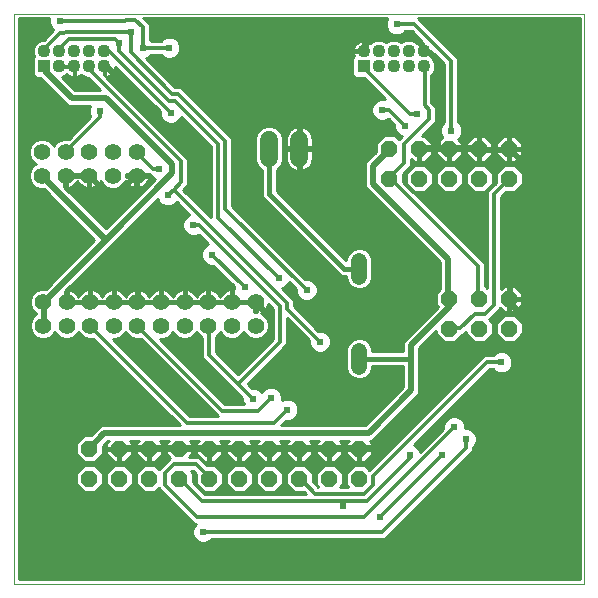
<source format=gbl>
G75*
%MOIN*%
%OFA0B0*%
%FSLAX24Y24*%
%IPPOS*%
%LPD*%
%AMOC8*
5,1,8,0,0,1.08239X$1,22.5*
%
%ADD10C,0.0000*%
%ADD11R,0.0436X0.0436*%
%ADD12C,0.0436*%
%ADD13OC8,0.0560*%
%ADD14C,0.0554*%
%ADD15C,0.0520*%
%ADD16C,0.0600*%
%ADD17C,0.0118*%
%ADD18C,0.0240*%
%ADD19C,0.0197*%
%ADD20C,0.0317*%
%ADD21C,0.0160*%
%ADD22C,0.0100*%
D10*
X001150Y001150D02*
X001150Y020150D01*
X020150Y020150D01*
X020150Y001150D01*
X001150Y001150D01*
D11*
X002150Y018400D03*
X012800Y018400D03*
D12*
X013300Y018400D03*
X013800Y018400D03*
X013800Y018900D03*
X013300Y018900D03*
X012800Y018900D03*
X014300Y018900D03*
X014800Y018900D03*
X014800Y018400D03*
X014300Y018400D03*
X004150Y018400D03*
X004150Y018900D03*
X003650Y018900D03*
X003650Y018400D03*
X003150Y018400D03*
X003150Y018900D03*
X002650Y018900D03*
X002650Y018400D03*
X002150Y018900D03*
D13*
X013650Y015650D03*
X014650Y015650D03*
X014650Y014650D03*
X013650Y014650D03*
X015650Y014650D03*
X015650Y015650D03*
X016650Y015650D03*
X017650Y015650D03*
X017650Y014650D03*
X016650Y014650D03*
X016650Y010650D03*
X017650Y010650D03*
X017650Y009650D03*
X016650Y009650D03*
X015650Y009650D03*
X015650Y010650D03*
X012650Y005650D03*
X012650Y004650D03*
X011650Y004650D03*
X010650Y004650D03*
X010650Y005650D03*
X011650Y005650D03*
X009650Y005650D03*
X009650Y004650D03*
X008650Y004650D03*
X008650Y005650D03*
X007650Y005650D03*
X006650Y005650D03*
X006650Y004650D03*
X007650Y004650D03*
X005650Y004650D03*
X005650Y005650D03*
X004650Y005650D03*
X003650Y005650D03*
X003650Y004650D03*
X004650Y004650D03*
D14*
X004469Y009756D03*
X003681Y009756D03*
X002894Y009756D03*
X002107Y009756D03*
X002107Y010544D03*
X002894Y010544D03*
X003681Y010544D03*
X004469Y010544D03*
X005256Y010544D03*
X005256Y009756D03*
X006044Y009756D03*
X006831Y009756D03*
X007619Y009756D03*
X008406Y009756D03*
X009193Y009756D03*
X009193Y010544D03*
X008406Y010544D03*
X007619Y010544D03*
X006831Y010544D03*
X006044Y010544D03*
X005225Y014756D03*
X005225Y015544D03*
X004437Y015544D03*
X003650Y015544D03*
X003650Y014756D03*
X004437Y014756D03*
X002863Y014756D03*
X002863Y015544D03*
X002075Y015544D03*
X002075Y014756D03*
D15*
X012650Y011910D02*
X012650Y011390D01*
X012650Y008910D02*
X012650Y008390D01*
D16*
X010650Y015350D02*
X010650Y015950D01*
X009650Y015950D02*
X009650Y015350D01*
D17*
X008187Y015914D02*
X008187Y013650D01*
X010894Y010943D01*
X010254Y010500D02*
X010254Y010304D01*
X011337Y009221D01*
X010254Y010500D02*
X006465Y014290D01*
X006711Y014536D01*
X006711Y015225D01*
X003660Y018276D01*
X003660Y018374D01*
X003650Y018400D01*
X004152Y018867D02*
X004150Y018900D01*
X004152Y018867D02*
X004349Y018867D01*
X006367Y016849D01*
X006317Y017243D02*
X006514Y017243D01*
X007941Y015815D01*
X007941Y013355D01*
X009959Y011337D01*
X010008Y010402D02*
X010008Y009221D01*
X008606Y007818D01*
X007646Y008778D01*
X007646Y009713D01*
X007619Y009756D01*
X008827Y011042D02*
X007744Y012124D01*
X007302Y013109D02*
X007105Y013109D01*
X007302Y013109D02*
X010008Y010402D01*
X008606Y007818D02*
X009122Y007302D01*
X009270Y006908D02*
X008089Y006908D01*
X005284Y009713D01*
X005256Y009756D01*
X003709Y009713D02*
X003681Y009756D01*
X003709Y009713D02*
X006908Y006514D01*
X009811Y006514D01*
X010254Y006957D01*
X009713Y007351D02*
X009270Y006908D01*
X007203Y005136D02*
X007646Y004693D01*
X007650Y004650D01*
X007203Y005136D02*
X006465Y005136D01*
X006170Y004841D01*
X006170Y004447D01*
X007252Y003365D01*
X012813Y003365D01*
X015815Y006367D01*
X016209Y005973D02*
X016209Y005678D01*
X013404Y002872D01*
X007449Y002872D01*
X007400Y003906D02*
X006662Y004644D01*
X006650Y004650D01*
X007400Y003906D02*
X012124Y003906D01*
X012124Y003758D01*
X012124Y003906D02*
X012912Y003906D01*
X014339Y005333D01*
X014339Y005431D01*
X015422Y005431D02*
X013355Y003365D01*
X012813Y004152D02*
X011189Y004152D01*
X010697Y004644D01*
X010650Y004650D01*
X012813Y004152D02*
X013109Y004447D01*
X013109Y004743D01*
X016898Y008532D01*
X017390Y008532D01*
X016012Y009664D02*
X016504Y010156D01*
X016849Y010156D01*
X017144Y010451D01*
X017144Y014142D01*
X017636Y014634D01*
X017650Y014650D01*
X015717Y016258D02*
X015717Y018571D01*
X014487Y019802D01*
X013896Y019802D01*
X014800Y018400D02*
X014831Y018374D01*
X014831Y017095D01*
X014979Y016947D01*
X014979Y016652D01*
X014142Y015815D01*
X014142Y015176D01*
X013650Y014683D01*
X013650Y014650D01*
X013699Y014634D01*
X016603Y011731D01*
X016603Y010697D01*
X016650Y010650D01*
X016012Y009664D02*
X015668Y009664D01*
X015650Y009650D01*
X014191Y016406D02*
X013650Y016947D01*
X013404Y016947D01*
X014339Y016800D02*
X014585Y016800D01*
X014339Y016800D02*
X012813Y018325D01*
X012813Y018374D01*
X012800Y018400D01*
X008187Y015914D02*
X006613Y017489D01*
X006416Y017489D01*
X005038Y018867D01*
X005038Y019556D01*
X002872Y019556D01*
X002823Y019506D01*
X002676Y019506D01*
X002183Y019014D01*
X002183Y018916D01*
X002150Y018900D01*
X002650Y018900D02*
X002676Y018916D01*
X002676Y019014D01*
X002971Y019309D01*
X004496Y019309D01*
X004644Y019162D01*
X004644Y018916D01*
X006317Y017243D01*
X005225Y015544D02*
X005235Y015520D01*
X005776Y014979D01*
X005973Y014979D01*
X006465Y014290D02*
X006268Y014093D01*
X004004Y016701D02*
X002872Y015569D01*
X002863Y015544D01*
X004004Y016701D02*
X004004Y016898D01*
X005431Y019014D02*
X006317Y019014D01*
X005431Y019014D02*
X005431Y019703D01*
X005185Y019949D01*
X004890Y019949D01*
X004841Y019900D01*
X002676Y019900D01*
D18*
X002676Y019900D03*
X004644Y019162D03*
X005038Y019556D03*
X005431Y019014D03*
X006317Y019014D03*
X006367Y016849D03*
X005973Y014979D03*
X006268Y014093D03*
X007105Y013109D03*
X007744Y012124D03*
X008827Y011042D03*
X009959Y011337D03*
X010894Y010943D03*
X011337Y009221D03*
X009713Y007351D03*
X009122Y007302D03*
X010254Y006957D03*
X012124Y003758D03*
X013355Y003365D03*
X014339Y005431D03*
X015422Y005431D03*
X016209Y005973D03*
X015815Y006367D03*
X017390Y008532D03*
X015717Y016258D03*
X014585Y016800D03*
X014191Y016406D03*
X013404Y016947D03*
X013896Y019802D03*
X004004Y016898D03*
X007449Y002872D03*
D19*
X007650Y005650D02*
X007744Y005678D01*
X008630Y005678D01*
X008650Y005650D01*
X008729Y005678D01*
X009615Y005678D01*
X009650Y005650D01*
X009713Y005678D01*
X010648Y005678D01*
X010650Y005650D01*
X010746Y005678D01*
X011632Y005678D01*
X011650Y005650D01*
X011731Y005678D01*
X012617Y005678D01*
X012650Y005650D01*
X012715Y005678D01*
X013650Y005678D01*
X017095Y009122D01*
X017833Y009122D01*
X018178Y009467D01*
X018178Y010008D01*
X017636Y010550D01*
X017650Y010650D01*
X017685Y010697D01*
X017685Y013945D01*
X018178Y014437D01*
X018178Y015126D01*
X017685Y015619D01*
X017650Y015650D01*
X017587Y015619D01*
X016701Y015619D01*
X016650Y015650D01*
X016603Y015668D01*
X015717Y015668D01*
X015650Y015650D01*
X015619Y015668D01*
X015274Y015668D01*
X015274Y018571D01*
X014979Y018867D01*
X014880Y018867D01*
X014800Y018900D01*
X014782Y018916D01*
X014782Y019063D01*
X014487Y019359D01*
X013109Y019359D01*
X012813Y019063D01*
X012813Y018916D01*
X012800Y018900D01*
X013650Y015650D02*
X013650Y015619D01*
X013109Y015077D01*
X013109Y014487D01*
X015619Y011977D01*
X015619Y010697D01*
X015650Y010650D01*
X015668Y010550D01*
X015668Y010402D01*
X014388Y009122D01*
X014388Y008650D01*
X014388Y007597D01*
X012961Y006170D01*
X004152Y006170D01*
X003660Y005678D01*
X003650Y005650D01*
X004650Y005650D02*
X004693Y005678D01*
X005628Y005678D01*
X005650Y005650D01*
X005727Y005678D01*
X006613Y005678D01*
X006650Y005650D01*
X006711Y005678D01*
X007646Y005678D01*
X007650Y005650D01*
X008680Y008483D02*
X009713Y009516D01*
X009713Y010008D01*
X009221Y010500D01*
X009193Y010544D01*
X006416Y014831D02*
X004201Y012617D01*
X002085Y014733D01*
X002075Y014756D01*
X003650Y014756D02*
X003660Y014733D01*
X004152Y014241D01*
X004693Y014241D01*
X005185Y014733D01*
X005225Y014756D01*
X006416Y014831D02*
X006416Y015126D01*
X004201Y017341D01*
X003069Y017341D01*
X002183Y018227D01*
X002183Y018374D01*
X002150Y018400D01*
X004150Y018400D02*
X004152Y018374D01*
X004250Y018374D01*
X005727Y016898D01*
X004201Y012617D02*
X002134Y010550D01*
X002107Y010544D01*
X002134Y010451D01*
X002134Y009762D01*
X002107Y009756D01*
X014650Y015650D02*
X014683Y015668D01*
X015274Y015668D01*
D20*
X016652Y012998D03*
X014977Y011398D03*
X016277Y008673D03*
X014977Y007898D03*
X017227Y007398D03*
X016502Y003948D03*
X008680Y008483D03*
X007002Y008948D03*
X006677Y007498D03*
X005502Y012448D03*
X002502Y012448D03*
X005727Y016898D03*
X010002Y012948D03*
D21*
X009650Y014150D02*
X012150Y011650D01*
X012650Y011650D01*
X012650Y008650D02*
X014388Y008650D01*
X009650Y014150D02*
X009650Y015650D01*
X010650Y015650D02*
X010650Y018150D01*
X011400Y018900D01*
X012800Y018900D01*
D22*
X012809Y018909D02*
X012791Y018909D01*
X012791Y019268D01*
X012763Y019268D01*
X012692Y019254D01*
X012625Y019226D01*
X012565Y019186D01*
X012514Y019135D01*
X012473Y019074D01*
X012446Y019007D01*
X012431Y018936D01*
X012431Y018909D01*
X012791Y018909D01*
X012791Y018891D01*
X012431Y018891D01*
X012431Y018864D01*
X012446Y018793D01*
X012467Y018741D01*
X012413Y018688D01*
X012413Y018112D01*
X012512Y018014D01*
X012804Y018014D01*
X013522Y017295D01*
X013477Y017314D01*
X013331Y017314D01*
X013196Y017258D01*
X013093Y017155D01*
X013037Y017020D01*
X013037Y016874D01*
X013093Y016739D01*
X013196Y016636D01*
X013331Y016580D01*
X013477Y016580D01*
X013612Y016636D01*
X013626Y016650D01*
X013824Y016451D01*
X013824Y016333D01*
X013880Y016198D01*
X013984Y016095D01*
X014066Y016061D01*
X014048Y016043D01*
X013970Y015964D01*
X013836Y016098D01*
X013464Y016098D01*
X013202Y015836D01*
X013202Y015547D01*
X012883Y015228D01*
X012842Y015130D01*
X012842Y014434D01*
X012883Y014336D01*
X012958Y014261D01*
X015352Y011866D01*
X015352Y010986D01*
X015202Y010836D01*
X015202Y010464D01*
X015278Y010389D01*
X014237Y009348D01*
X014162Y009273D01*
X014122Y009175D01*
X014122Y008898D01*
X013078Y008898D01*
X013078Y008995D01*
X013013Y009153D01*
X012893Y009273D01*
X012735Y009338D01*
X012565Y009338D01*
X012407Y009273D01*
X012287Y009153D01*
X012222Y008995D01*
X012222Y008305D01*
X012287Y008147D01*
X012407Y008027D01*
X012565Y007962D01*
X012735Y007962D01*
X012893Y008027D01*
X013013Y008147D01*
X013078Y008305D01*
X013078Y008402D01*
X014122Y008402D01*
X014122Y007707D01*
X012851Y006436D01*
X010055Y006436D01*
X010209Y006590D01*
X010327Y006590D01*
X010462Y006646D01*
X010565Y006749D01*
X010621Y006884D01*
X010621Y007030D01*
X010565Y007165D01*
X010462Y007268D01*
X010327Y007324D01*
X010181Y007324D01*
X010080Y007282D01*
X010080Y007424D01*
X010024Y007559D01*
X009921Y007662D01*
X009786Y007718D01*
X009640Y007718D01*
X009505Y007662D01*
X009402Y007559D01*
X009397Y007546D01*
X009330Y007613D01*
X009195Y007668D01*
X009077Y007668D01*
X008927Y007818D01*
X010235Y009127D01*
X010235Y010001D01*
X010970Y009266D01*
X010970Y009148D01*
X011026Y009013D01*
X011129Y008910D01*
X011264Y008854D01*
X011410Y008854D01*
X011545Y008910D01*
X011648Y009013D01*
X011704Y009148D01*
X011704Y009294D01*
X011648Y009429D01*
X011545Y009532D01*
X011410Y009588D01*
X011291Y009588D01*
X010481Y010398D01*
X010481Y010594D01*
X010084Y010992D01*
X010167Y011026D01*
X010270Y011129D01*
X010304Y011212D01*
X010527Y010989D01*
X010527Y010870D01*
X010583Y010736D01*
X010686Y010632D01*
X010821Y010576D01*
X010967Y010576D01*
X011102Y010632D01*
X011205Y010736D01*
X011261Y010870D01*
X011261Y011016D01*
X011205Y011151D01*
X011102Y011254D01*
X010967Y011310D01*
X010849Y011310D01*
X008415Y013744D01*
X008415Y016008D01*
X008281Y016141D01*
X006707Y017716D01*
X006510Y017716D01*
X005557Y018669D01*
X005639Y018703D01*
X005723Y018787D01*
X006026Y018787D01*
X006110Y018703D01*
X006244Y018647D01*
X006390Y018647D01*
X006525Y018703D01*
X006628Y018806D01*
X006684Y018941D01*
X006684Y019087D01*
X006628Y019222D01*
X006525Y019325D01*
X006390Y019381D01*
X006244Y019381D01*
X006110Y019325D01*
X006026Y019241D01*
X005723Y019241D01*
X005659Y019306D01*
X005659Y019797D01*
X005526Y019930D01*
X005456Y020000D01*
X013581Y020000D01*
X013529Y019875D01*
X013529Y019729D01*
X013585Y019594D01*
X013688Y019491D01*
X013823Y019435D01*
X013969Y019435D01*
X014104Y019491D01*
X014188Y019574D01*
X014393Y019574D01*
X014710Y019257D01*
X014692Y019254D01*
X014625Y019226D01*
X014565Y019186D01*
X014562Y019183D01*
X014518Y019227D01*
X014376Y019286D01*
X014223Y019286D01*
X014081Y019227D01*
X014050Y019196D01*
X014018Y019227D01*
X013876Y019286D01*
X013723Y019286D01*
X013581Y019227D01*
X013550Y019196D01*
X013518Y019227D01*
X013376Y019286D01*
X013223Y019286D01*
X013081Y019227D01*
X013037Y019183D01*
X013034Y019186D01*
X012974Y019226D01*
X012907Y019254D01*
X012836Y019268D01*
X012809Y019268D01*
X012809Y018909D01*
X012809Y018979D02*
X012791Y018979D01*
X012791Y019077D02*
X012809Y019077D01*
X012809Y019176D02*
X012791Y019176D01*
X013193Y019274D02*
X006576Y019274D01*
X006648Y019176D02*
X012555Y019176D01*
X012475Y019077D02*
X006684Y019077D01*
X006684Y018979D02*
X012440Y018979D01*
X012431Y018880D02*
X006659Y018880D01*
X006603Y018782D02*
X012450Y018782D01*
X012413Y018683D02*
X006477Y018683D01*
X006158Y018683D02*
X005591Y018683D01*
X005641Y018585D02*
X012413Y018585D01*
X012413Y018486D02*
X005740Y018486D01*
X005838Y018388D02*
X012413Y018388D01*
X012413Y018289D02*
X005937Y018289D01*
X006035Y018191D02*
X012413Y018191D01*
X012434Y018092D02*
X006134Y018092D01*
X006232Y017994D02*
X012824Y017994D01*
X012922Y017895D02*
X006331Y017895D01*
X006429Y017797D02*
X013021Y017797D01*
X013119Y017698D02*
X006724Y017698D01*
X006823Y017600D02*
X013218Y017600D01*
X013316Y017501D02*
X006921Y017501D01*
X007020Y017403D02*
X013415Y017403D01*
X013501Y017304D02*
X013513Y017304D01*
X013307Y017304D02*
X007118Y017304D01*
X007217Y017206D02*
X013143Y017206D01*
X013073Y017107D02*
X007315Y017107D01*
X007414Y017009D02*
X013037Y017009D01*
X013037Y016910D02*
X007512Y016910D01*
X007611Y016812D02*
X013063Y016812D01*
X013119Y016713D02*
X007709Y016713D01*
X007808Y016615D02*
X013249Y016615D01*
X013559Y016615D02*
X013661Y016615D01*
X013760Y016516D02*
X007906Y016516D01*
X008005Y016418D02*
X009556Y016418D01*
X009557Y016418D02*
X009385Y016347D01*
X009253Y016215D01*
X009182Y016043D01*
X009182Y015257D01*
X009253Y015085D01*
X009385Y014953D01*
X009402Y014946D01*
X009402Y014101D01*
X009440Y014009D01*
X011940Y011509D01*
X012009Y011440D01*
X012101Y011402D01*
X012222Y011402D01*
X012222Y011305D01*
X012287Y011147D01*
X012407Y011027D01*
X012565Y010962D01*
X012735Y010962D01*
X012893Y011027D01*
X013013Y011147D01*
X013078Y011305D01*
X013078Y011995D01*
X013013Y012153D01*
X012893Y012273D01*
X012735Y012338D01*
X012565Y012338D01*
X012407Y012273D01*
X012287Y012153D01*
X012222Y011995D01*
X012222Y011929D01*
X009898Y014253D01*
X009898Y014946D01*
X009915Y014953D01*
X010047Y015085D01*
X010118Y015257D01*
X010118Y016043D01*
X010047Y016215D01*
X009915Y016347D01*
X009743Y016418D01*
X009557Y016418D01*
X009744Y016418D02*
X013824Y016418D01*
X013830Y016319D02*
X010908Y016319D01*
X010886Y016335D02*
X010823Y016367D01*
X010755Y016389D01*
X010700Y016398D01*
X010700Y015700D01*
X011100Y015700D01*
X011100Y015985D01*
X011089Y016055D01*
X011067Y016123D01*
X011035Y016186D01*
X010993Y016243D01*
X010943Y016293D01*
X010886Y016335D01*
X011010Y016221D02*
X013871Y016221D01*
X013956Y016122D02*
X011067Y016122D01*
X011094Y016024D02*
X013390Y016024D01*
X013291Y015925D02*
X011100Y015925D01*
X011100Y015827D02*
X013202Y015827D01*
X013202Y015728D02*
X011100Y015728D01*
X011100Y015600D02*
X010700Y015600D01*
X010700Y015700D01*
X010600Y015700D01*
X010600Y016398D01*
X010545Y016389D01*
X010477Y016367D01*
X010414Y016335D01*
X010357Y016293D01*
X010307Y016243D01*
X010265Y016186D01*
X010233Y016123D01*
X010211Y016055D01*
X010200Y015985D01*
X010200Y015700D01*
X010600Y015700D01*
X010600Y015600D01*
X010700Y015600D01*
X010700Y014902D01*
X010755Y014911D01*
X010823Y014933D01*
X010886Y014965D01*
X010943Y015007D01*
X010993Y015057D01*
X011035Y015114D01*
X011067Y015177D01*
X011089Y015245D01*
X011100Y015315D01*
X011100Y015600D01*
X011100Y015531D02*
X013186Y015531D01*
X013202Y015630D02*
X010700Y015630D01*
X010700Y015728D02*
X010600Y015728D01*
X010600Y015630D02*
X010118Y015630D01*
X010200Y015600D02*
X010200Y015315D01*
X010211Y015245D01*
X010233Y015177D01*
X010265Y015114D01*
X010307Y015057D01*
X010357Y015007D01*
X010414Y014965D01*
X010477Y014933D01*
X010545Y014911D01*
X010600Y014902D01*
X010600Y015600D01*
X010200Y015600D01*
X010200Y015531D02*
X010118Y015531D01*
X010118Y015433D02*
X010200Y015433D01*
X010200Y015334D02*
X010118Y015334D01*
X010109Y015236D02*
X010214Y015236D01*
X010253Y015137D02*
X010068Y015137D01*
X010001Y015039D02*
X010325Y015039D01*
X010463Y014940D02*
X009898Y014940D01*
X009898Y014842D02*
X012842Y014842D01*
X012842Y014940D02*
X010837Y014940D01*
X010700Y014940D02*
X010600Y014940D01*
X010600Y015039D02*
X010700Y015039D01*
X010700Y015137D02*
X010600Y015137D01*
X010600Y015236D02*
X010700Y015236D01*
X010700Y015334D02*
X010600Y015334D01*
X010600Y015433D02*
X010700Y015433D01*
X010700Y015531D02*
X010600Y015531D01*
X010600Y015827D02*
X010700Y015827D01*
X010700Y015925D02*
X010600Y015925D01*
X010600Y016024D02*
X010700Y016024D01*
X010700Y016122D02*
X010600Y016122D01*
X010600Y016221D02*
X010700Y016221D01*
X010700Y016319D02*
X010600Y016319D01*
X010392Y016319D02*
X009943Y016319D01*
X010041Y016221D02*
X010290Y016221D01*
X010233Y016122D02*
X010085Y016122D01*
X010118Y016024D02*
X010206Y016024D01*
X010200Y015925D02*
X010118Y015925D01*
X010118Y015827D02*
X010200Y015827D01*
X010200Y015728D02*
X010118Y015728D01*
X009402Y014940D02*
X008415Y014940D01*
X008415Y014842D02*
X009402Y014842D01*
X009402Y014743D02*
X008415Y014743D01*
X008415Y014645D02*
X009402Y014645D01*
X009402Y014546D02*
X008415Y014546D01*
X008415Y014448D02*
X009402Y014448D01*
X009402Y014349D02*
X008415Y014349D01*
X008415Y014251D02*
X009402Y014251D01*
X009402Y014152D02*
X008415Y014152D01*
X008415Y014054D02*
X009421Y014054D01*
X009494Y013955D02*
X008415Y013955D01*
X008415Y013857D02*
X009593Y013857D01*
X009691Y013758D02*
X008415Y013758D01*
X008499Y013660D02*
X009790Y013660D01*
X009888Y013561D02*
X008598Y013561D01*
X008696Y013463D02*
X009987Y013463D01*
X010085Y013364D02*
X008795Y013364D01*
X008893Y013266D02*
X010184Y013266D01*
X010282Y013167D02*
X008992Y013167D01*
X009090Y013069D02*
X010381Y013069D01*
X010479Y012970D02*
X009189Y012970D01*
X009287Y012872D02*
X010578Y012872D01*
X010676Y012773D02*
X009386Y012773D01*
X009484Y012675D02*
X010775Y012675D01*
X010873Y012576D02*
X009583Y012576D01*
X009681Y012478D02*
X010972Y012478D01*
X011070Y012379D02*
X009780Y012379D01*
X009878Y012281D02*
X011169Y012281D01*
X011267Y012182D02*
X009977Y012182D01*
X010075Y012084D02*
X011366Y012084D01*
X011464Y011985D02*
X010174Y011985D01*
X010272Y011887D02*
X011563Y011887D01*
X011661Y011788D02*
X010371Y011788D01*
X010469Y011690D02*
X011760Y011690D01*
X011858Y011591D02*
X010568Y011591D01*
X010666Y011493D02*
X011957Y011493D01*
X012222Y011394D02*
X010765Y011394D01*
X011002Y011296D02*
X012226Y011296D01*
X012267Y011197D02*
X011159Y011197D01*
X011227Y011099D02*
X012336Y011099D01*
X012473Y011000D02*
X011261Y011000D01*
X011261Y010902D02*
X015268Y010902D01*
X015202Y010803D02*
X011233Y010803D01*
X011174Y010705D02*
X015202Y010705D01*
X015202Y010606D02*
X011038Y010606D01*
X010750Y010606D02*
X010470Y010606D01*
X010481Y010508D02*
X015202Y010508D01*
X015257Y010409D02*
X010481Y010409D01*
X010569Y010311D02*
X015199Y010311D01*
X015101Y010212D02*
X010667Y010212D01*
X010766Y010114D02*
X015002Y010114D01*
X014904Y010015D02*
X010864Y010015D01*
X010963Y009917D02*
X014805Y009917D01*
X014707Y009818D02*
X011061Y009818D01*
X011160Y009720D02*
X014608Y009720D01*
X014510Y009621D02*
X011258Y009621D01*
X011554Y009523D02*
X014411Y009523D01*
X014313Y009424D02*
X011650Y009424D01*
X011691Y009326D02*
X012534Y009326D01*
X012362Y009227D02*
X011704Y009227D01*
X011696Y009129D02*
X012277Y009129D01*
X012236Y009030D02*
X011655Y009030D01*
X011566Y008932D02*
X012222Y008932D01*
X012222Y008833D02*
X009942Y008833D01*
X010040Y008932D02*
X011108Y008932D01*
X011019Y009030D02*
X010139Y009030D01*
X010235Y009129D02*
X010978Y009129D01*
X010970Y009227D02*
X010235Y009227D01*
X010235Y009326D02*
X010911Y009326D01*
X010813Y009424D02*
X010235Y009424D01*
X010235Y009523D02*
X010714Y009523D01*
X010616Y009621D02*
X010235Y009621D01*
X010235Y009720D02*
X010517Y009720D01*
X010419Y009818D02*
X010235Y009818D01*
X010235Y009917D02*
X010320Y009917D01*
X009781Y009917D02*
X009609Y009917D01*
X009639Y009845D02*
X009571Y010009D01*
X009446Y010134D01*
X009382Y010160D01*
X009417Y010178D01*
X009472Y010218D01*
X009519Y010265D01*
X009559Y010320D01*
X009589Y010380D01*
X009610Y010444D01*
X009615Y010474D01*
X009781Y010308D01*
X009781Y009315D01*
X008606Y008140D01*
X007873Y008872D01*
X007873Y009381D01*
X007996Y009504D01*
X008012Y009543D01*
X008028Y009504D01*
X008154Y009379D01*
X008317Y009311D01*
X008494Y009311D01*
X008658Y009379D01*
X008783Y009504D01*
X008800Y009543D01*
X008816Y009504D01*
X008941Y009379D01*
X009105Y009311D01*
X009282Y009311D01*
X009446Y009379D01*
X009571Y009504D01*
X009639Y009668D01*
X009639Y009845D01*
X009639Y009818D02*
X009781Y009818D01*
X009781Y009720D02*
X009639Y009720D01*
X009619Y009621D02*
X009781Y009621D01*
X009781Y009523D02*
X009578Y009523D01*
X009491Y009424D02*
X009781Y009424D01*
X009781Y009326D02*
X009317Y009326D01*
X009070Y009326D02*
X008529Y009326D01*
X008703Y009424D02*
X008896Y009424D01*
X008808Y009523D02*
X008791Y009523D01*
X008282Y009326D02*
X007873Y009326D01*
X007873Y009227D02*
X009693Y009227D01*
X009595Y009129D02*
X007873Y009129D01*
X007873Y009030D02*
X009496Y009030D01*
X009398Y008932D02*
X007873Y008932D01*
X007912Y008833D02*
X009299Y008833D01*
X009201Y008735D02*
X008011Y008735D01*
X008109Y008636D02*
X009102Y008636D01*
X009004Y008538D02*
X008208Y008538D01*
X008306Y008439D02*
X008905Y008439D01*
X008807Y008341D02*
X008405Y008341D01*
X008503Y008242D02*
X008708Y008242D01*
X008610Y008144D02*
X008602Y008144D01*
X008255Y007848D02*
X007470Y007848D01*
X007372Y007947D02*
X008156Y007947D01*
X008058Y008045D02*
X007273Y008045D01*
X007175Y008144D02*
X007959Y008144D01*
X007861Y008242D02*
X007076Y008242D01*
X006978Y008341D02*
X007762Y008341D01*
X007664Y008439D02*
X006879Y008439D01*
X006781Y008538D02*
X007565Y008538D01*
X007467Y008636D02*
X006682Y008636D01*
X006584Y008735D02*
X007419Y008735D01*
X007419Y008684D02*
X008379Y007724D01*
X008512Y007591D01*
X008756Y007347D01*
X008756Y007229D01*
X008794Y007135D01*
X008183Y007135D01*
X006007Y009311D01*
X006132Y009311D01*
X006296Y009379D01*
X006421Y009504D01*
X006437Y009543D01*
X006454Y009504D01*
X006579Y009379D01*
X006743Y009311D01*
X006920Y009311D01*
X007083Y009379D01*
X007209Y009504D01*
X007225Y009543D01*
X007241Y009504D01*
X007366Y009379D01*
X007419Y009357D01*
X007419Y008684D01*
X007419Y008833D02*
X006485Y008833D01*
X006387Y008932D02*
X007419Y008932D01*
X007419Y009030D02*
X006288Y009030D01*
X006190Y009129D02*
X007419Y009129D01*
X007419Y009227D02*
X006091Y009227D01*
X006167Y009326D02*
X006708Y009326D01*
X006534Y009424D02*
X006341Y009424D01*
X006429Y009523D02*
X006446Y009523D01*
X006955Y009326D02*
X007419Y009326D01*
X007321Y009424D02*
X007129Y009424D01*
X007216Y009523D02*
X007233Y009523D01*
X007916Y009424D02*
X008108Y009424D01*
X008021Y009523D02*
X008004Y009523D01*
X007980Y010505D02*
X007657Y010505D01*
X007657Y010582D01*
X008367Y010582D01*
X008367Y010505D01*
X007980Y010505D01*
X008012Y010712D02*
X007984Y010768D01*
X007944Y010822D01*
X007897Y010870D01*
X007842Y010909D01*
X007782Y010940D01*
X007719Y010960D01*
X007657Y010970D01*
X007657Y010582D01*
X007580Y010582D01*
X007580Y010505D01*
X007192Y010505D01*
X006870Y010505D01*
X006870Y010582D01*
X007580Y010582D01*
X007580Y010970D01*
X007518Y010960D01*
X007455Y010940D01*
X007395Y010909D01*
X007340Y010870D01*
X007293Y010822D01*
X007253Y010768D01*
X007225Y010712D01*
X007196Y010768D01*
X007157Y010822D01*
X007109Y010870D01*
X007055Y010909D01*
X006995Y010940D01*
X006931Y010960D01*
X006870Y010970D01*
X006870Y010582D01*
X006793Y010582D01*
X006793Y010970D01*
X006731Y010960D01*
X006667Y010940D01*
X006607Y010909D01*
X006553Y010870D01*
X006505Y010822D01*
X006466Y010768D01*
X006437Y010712D01*
X006409Y010768D01*
X006370Y010822D01*
X006322Y010870D01*
X006268Y010909D01*
X006208Y010940D01*
X006144Y010960D01*
X006082Y010970D01*
X006082Y010582D01*
X006793Y010582D01*
X006793Y010505D01*
X006405Y010505D01*
X006082Y010505D01*
X006082Y010582D01*
X006005Y010582D01*
X006005Y010505D01*
X005617Y010505D01*
X005295Y010505D01*
X005295Y010582D01*
X006005Y010582D01*
X006005Y010970D01*
X005944Y010960D01*
X005880Y010940D01*
X005820Y010909D01*
X005765Y010870D01*
X005718Y010822D01*
X005678Y010768D01*
X005650Y010712D01*
X005622Y010768D01*
X005582Y010822D01*
X005535Y010870D01*
X005480Y010909D01*
X005420Y010940D01*
X005356Y010960D01*
X005295Y010970D01*
X005295Y010582D01*
X005218Y010582D01*
X005218Y010505D01*
X004830Y010505D01*
X004507Y010505D01*
X004507Y010582D01*
X004430Y010582D01*
X004430Y010505D01*
X004043Y010505D01*
X003720Y010505D01*
X003720Y010582D01*
X004430Y010582D01*
X004430Y010970D01*
X004369Y010960D01*
X004305Y010940D01*
X004245Y010909D01*
X004191Y010870D01*
X004143Y010822D01*
X004104Y010768D01*
X004075Y010712D01*
X004047Y010768D01*
X004007Y010822D01*
X003960Y010870D01*
X003905Y010909D01*
X003845Y010940D01*
X003782Y010960D01*
X003720Y010970D01*
X003720Y010582D01*
X003643Y010582D01*
X003643Y010505D01*
X003255Y010505D01*
X002933Y010505D01*
X002933Y010582D01*
X003643Y010582D01*
X003643Y010970D01*
X003581Y010960D01*
X003518Y010940D01*
X003458Y010909D01*
X003403Y010870D01*
X003356Y010822D01*
X003316Y010768D01*
X003288Y010712D01*
X003259Y010768D01*
X003220Y010822D01*
X003172Y010870D01*
X003118Y010909D01*
X003058Y010940D01*
X002994Y010960D01*
X002933Y010970D01*
X002933Y010582D01*
X002856Y010582D01*
X002856Y010894D01*
X004352Y012391D01*
X004427Y012466D01*
X005925Y013963D01*
X005957Y013885D01*
X006060Y013782D01*
X006195Y013726D01*
X006341Y013726D01*
X006476Y013782D01*
X006564Y013870D01*
X006980Y013454D01*
X006897Y013420D01*
X006794Y013316D01*
X006738Y013182D01*
X006738Y013036D01*
X006794Y012901D01*
X006897Y012798D01*
X007032Y012742D01*
X007178Y012742D01*
X007298Y012791D01*
X007619Y012470D01*
X007537Y012435D01*
X007433Y012332D01*
X007378Y012197D01*
X007378Y012051D01*
X007433Y011917D01*
X007537Y011813D01*
X007672Y011758D01*
X007790Y011758D01*
X008460Y011087D01*
X008460Y010969D01*
X008461Y010967D01*
X008444Y010970D01*
X008444Y010582D01*
X008367Y010582D01*
X008367Y010970D01*
X008306Y010960D01*
X008242Y010940D01*
X008182Y010909D01*
X008128Y010870D01*
X008080Y010822D01*
X008041Y010768D01*
X008012Y010712D01*
X007958Y010803D02*
X008066Y010803D01*
X008172Y010902D02*
X007853Y010902D01*
X007657Y010902D02*
X007580Y010902D01*
X007580Y010803D02*
X007657Y010803D01*
X007657Y010705D02*
X007580Y010705D01*
X007580Y010606D02*
X007657Y010606D01*
X007657Y010508D02*
X008367Y010508D01*
X008444Y010508D02*
X009155Y010508D01*
X009155Y010505D02*
X008767Y010505D01*
X008444Y010505D01*
X008444Y010582D01*
X009155Y010582D01*
X009155Y010505D01*
X009232Y010505D01*
X009232Y010202D01*
X009155Y010202D01*
X009155Y010505D01*
X009155Y010409D02*
X009232Y010409D01*
X009232Y010311D02*
X009155Y010311D01*
X009155Y010212D02*
X009232Y010212D01*
X009464Y010212D02*
X009781Y010212D01*
X009781Y010114D02*
X009466Y010114D01*
X009564Y010015D02*
X009781Y010015D01*
X009778Y010311D02*
X009552Y010311D01*
X009599Y010409D02*
X009680Y010409D01*
X010174Y010902D02*
X010527Y010902D01*
X010516Y011000D02*
X010104Y011000D01*
X010239Y011099D02*
X010418Y011099D01*
X010319Y011197D02*
X010298Y011197D01*
X010273Y010803D02*
X010555Y010803D01*
X010614Y010705D02*
X010371Y010705D01*
X011870Y012281D02*
X012426Y012281D01*
X012317Y012182D02*
X011969Y012182D01*
X012067Y012084D02*
X012258Y012084D01*
X012222Y011985D02*
X012166Y011985D01*
X011772Y012379D02*
X014839Y012379D01*
X014741Y012478D02*
X011673Y012478D01*
X011575Y012576D02*
X014642Y012576D01*
X014544Y012675D02*
X011476Y012675D01*
X011378Y012773D02*
X014445Y012773D01*
X014347Y012872D02*
X011279Y012872D01*
X011181Y012970D02*
X014248Y012970D01*
X014150Y013069D02*
X011082Y013069D01*
X010984Y013167D02*
X014051Y013167D01*
X013953Y013266D02*
X010885Y013266D01*
X010787Y013364D02*
X013854Y013364D01*
X013756Y013463D02*
X010688Y013463D01*
X010590Y013561D02*
X013657Y013561D01*
X013559Y013660D02*
X010491Y013660D01*
X010393Y013758D02*
X013460Y013758D01*
X013362Y013857D02*
X010294Y013857D01*
X010196Y013955D02*
X013263Y013955D01*
X013165Y014054D02*
X010097Y014054D01*
X009999Y014152D02*
X013066Y014152D01*
X012968Y014251D02*
X009900Y014251D01*
X009898Y014349D02*
X012877Y014349D01*
X012842Y014448D02*
X009898Y014448D01*
X009898Y014546D02*
X012842Y014546D01*
X012842Y014645D02*
X009898Y014645D01*
X009898Y014743D02*
X012842Y014743D01*
X012842Y015039D02*
X010975Y015039D01*
X011047Y015137D02*
X012845Y015137D01*
X012890Y015236D02*
X011086Y015236D01*
X011100Y015334D02*
X012989Y015334D01*
X013087Y015433D02*
X011100Y015433D01*
X009299Y015039D02*
X008415Y015039D01*
X008415Y015137D02*
X009232Y015137D01*
X009191Y015236D02*
X008415Y015236D01*
X008415Y015334D02*
X009182Y015334D01*
X009182Y015433D02*
X008415Y015433D01*
X008415Y015531D02*
X009182Y015531D01*
X009182Y015630D02*
X008415Y015630D01*
X008415Y015728D02*
X009182Y015728D01*
X009182Y015827D02*
X008415Y015827D01*
X008415Y015925D02*
X009182Y015925D01*
X009182Y016024D02*
X008399Y016024D01*
X008300Y016122D02*
X009215Y016122D01*
X009259Y016221D02*
X008202Y016221D01*
X008103Y016319D02*
X009357Y016319D01*
X007714Y015721D02*
X007714Y013362D01*
X006786Y014290D01*
X006938Y014442D01*
X006938Y015319D01*
X006805Y015452D01*
X004219Y018038D01*
X004257Y018046D01*
X004324Y018074D01*
X004385Y018114D01*
X004436Y018165D01*
X004476Y018226D01*
X004504Y018293D01*
X004518Y018364D01*
X004518Y018376D01*
X006000Y016894D01*
X006000Y016776D01*
X006056Y016641D01*
X006159Y016538D01*
X006294Y016482D01*
X006440Y016482D01*
X006574Y016538D01*
X006678Y016641D01*
X006712Y016724D01*
X007714Y015721D01*
X007707Y015728D02*
X006529Y015728D01*
X006431Y015827D02*
X007609Y015827D01*
X007510Y015925D02*
X006332Y015925D01*
X006234Y016024D02*
X007412Y016024D01*
X007313Y016122D02*
X006135Y016122D01*
X006037Y016221D02*
X007215Y016221D01*
X007116Y016319D02*
X005938Y016319D01*
X005840Y016418D02*
X007018Y016418D01*
X006919Y016516D02*
X006522Y016516D01*
X006651Y016615D02*
X006821Y016615D01*
X006722Y016713D02*
X006707Y016713D01*
X006211Y016516D02*
X005741Y016516D01*
X005643Y016615D02*
X006082Y016615D01*
X006026Y016713D02*
X005544Y016713D01*
X005446Y016812D02*
X006000Y016812D01*
X005984Y016910D02*
X005347Y016910D01*
X005249Y017009D02*
X005886Y017009D01*
X005787Y017107D02*
X005150Y017107D01*
X005052Y017206D02*
X005689Y017206D01*
X005590Y017304D02*
X004953Y017304D01*
X004855Y017403D02*
X005492Y017403D01*
X005393Y017501D02*
X004756Y017501D01*
X004658Y017600D02*
X005295Y017600D01*
X005196Y017698D02*
X004559Y017698D01*
X004461Y017797D02*
X005098Y017797D01*
X004999Y017895D02*
X004362Y017895D01*
X004264Y017994D02*
X004901Y017994D01*
X004802Y018092D02*
X004352Y018092D01*
X004453Y018191D02*
X004704Y018191D01*
X004605Y018289D02*
X004502Y018289D01*
X004159Y018289D02*
X004141Y018289D01*
X004141Y018191D02*
X004159Y018191D01*
X004141Y018116D02*
X004141Y018391D01*
X004159Y018391D01*
X004159Y018098D01*
X004141Y018116D01*
X004141Y018388D02*
X004159Y018388D01*
X003720Y017895D02*
X002892Y017895D01*
X002794Y017994D02*
X003621Y017994D01*
X003601Y018014D02*
X004007Y017607D01*
X003180Y017607D01*
X002744Y018043D01*
X002757Y018046D01*
X002824Y018074D01*
X002885Y018114D01*
X002900Y018129D01*
X002915Y018114D01*
X002976Y018074D01*
X003043Y018046D01*
X003114Y018032D01*
X003141Y018032D01*
X003141Y018391D01*
X002782Y018391D01*
X002659Y018391D01*
X002659Y018409D01*
X003141Y018409D01*
X003141Y018391D01*
X003159Y018391D01*
X003159Y018032D01*
X003186Y018032D01*
X003257Y018046D01*
X003324Y018074D01*
X003385Y018114D01*
X003387Y018117D01*
X003431Y018073D01*
X003573Y018014D01*
X003601Y018014D01*
X003412Y018092D02*
X003352Y018092D01*
X003159Y018092D02*
X003141Y018092D01*
X003141Y018191D02*
X003159Y018191D01*
X003159Y018289D02*
X003141Y018289D01*
X003141Y018388D02*
X003159Y018388D01*
X002948Y018092D02*
X002852Y018092D01*
X002991Y017797D02*
X003818Y017797D01*
X003917Y017698D02*
X003089Y017698D01*
X002729Y017304D02*
X001300Y017304D01*
X001300Y017206D02*
X002828Y017206D01*
X002843Y017190D02*
X002918Y017115D01*
X003016Y017074D01*
X003680Y017074D01*
X003637Y016971D01*
X003637Y016825D01*
X003687Y016705D01*
X002965Y015983D01*
X002951Y015989D01*
X002774Y015989D01*
X002610Y015921D01*
X002485Y015796D01*
X002469Y015757D01*
X002453Y015796D01*
X002327Y015921D01*
X002164Y015989D01*
X001987Y015989D01*
X001823Y015921D01*
X001698Y015796D01*
X001630Y015632D01*
X001630Y015455D01*
X001698Y015291D01*
X001823Y015166D01*
X001862Y015150D01*
X001823Y015134D01*
X001698Y015009D01*
X001630Y014845D01*
X001630Y014668D01*
X001698Y014504D01*
X001823Y014379D01*
X001987Y014311D01*
X002130Y014311D01*
X003824Y012617D01*
X002196Y010989D01*
X002195Y010989D01*
X002018Y010989D01*
X001854Y010921D01*
X001729Y010796D01*
X001661Y010632D01*
X001661Y010455D01*
X001729Y010291D01*
X001854Y010166D01*
X001868Y010161D01*
X001868Y010139D01*
X001854Y010134D01*
X001729Y010009D01*
X001661Y009845D01*
X001661Y009668D01*
X001729Y009504D01*
X001854Y009379D01*
X002018Y009311D01*
X002195Y009311D01*
X002359Y009379D01*
X002484Y009504D01*
X002500Y009543D01*
X002517Y009504D01*
X002642Y009379D01*
X002806Y009311D01*
X002983Y009311D01*
X003146Y009379D01*
X003272Y009504D01*
X003288Y009543D01*
X003304Y009504D01*
X003429Y009379D01*
X003593Y009311D01*
X003770Y009311D01*
X003784Y009317D01*
X006665Y006436D01*
X004099Y006436D01*
X004001Y006396D01*
X003703Y006098D01*
X003464Y006098D01*
X003202Y005836D01*
X003202Y005464D01*
X003464Y005202D01*
X003836Y005202D01*
X004098Y005464D01*
X004098Y005739D01*
X004262Y005903D01*
X004295Y005903D01*
X004220Y005828D01*
X004220Y005690D01*
X004610Y005690D01*
X004610Y005610D01*
X004690Y005610D01*
X004690Y005690D01*
X005080Y005690D01*
X005080Y005828D01*
X005005Y005903D01*
X005295Y005903D01*
X005220Y005828D01*
X005220Y005690D01*
X005610Y005690D01*
X005610Y005610D01*
X005690Y005610D01*
X005690Y005690D01*
X006080Y005690D01*
X006080Y005828D01*
X006005Y005903D01*
X006295Y005903D01*
X006220Y005828D01*
X006220Y005690D01*
X006610Y005690D01*
X006610Y005610D01*
X006220Y005610D01*
X006220Y005472D01*
X006350Y005342D01*
X006238Y005230D01*
X005971Y004963D01*
X005836Y005098D01*
X005464Y005098D01*
X005202Y004836D01*
X005202Y004464D01*
X005464Y004202D01*
X005836Y004202D01*
X005965Y004331D01*
X006076Y004220D01*
X007158Y003137D01*
X007195Y003137D01*
X007138Y003080D01*
X007082Y002945D01*
X007082Y002799D01*
X007138Y002665D01*
X007241Y002561D01*
X007376Y002506D01*
X007522Y002506D01*
X007657Y002561D01*
X007741Y002645D01*
X013498Y002645D01*
X013631Y002778D01*
X013631Y002778D01*
X016303Y005450D01*
X016436Y005583D01*
X016436Y005681D01*
X020000Y005681D01*
X020000Y005583D02*
X016435Y005583D01*
X016436Y005681D02*
X016520Y005765D01*
X016576Y005900D01*
X016576Y006046D01*
X016520Y006181D01*
X016417Y006284D01*
X016282Y006340D01*
X016182Y006340D01*
X016182Y006440D01*
X016126Y006574D01*
X016023Y006678D01*
X015888Y006733D01*
X015742Y006733D01*
X015608Y006678D01*
X015504Y006574D01*
X015449Y006440D01*
X015449Y006321D01*
X014684Y005557D01*
X014650Y005639D01*
X014547Y005742D01*
X014464Y005777D01*
X016992Y008305D01*
X017099Y008305D01*
X017182Y008221D01*
X017317Y008165D01*
X017463Y008165D01*
X017598Y008221D01*
X017701Y008324D01*
X017757Y008459D01*
X017757Y008605D01*
X017701Y008740D01*
X017598Y008843D01*
X017463Y008899D01*
X017317Y008899D01*
X017182Y008843D01*
X017099Y008759D01*
X016804Y008759D01*
X013015Y004970D01*
X012989Y004944D01*
X012836Y005098D01*
X012464Y005098D01*
X012202Y004836D01*
X012202Y004464D01*
X012287Y004379D01*
X012013Y004379D01*
X012098Y004464D01*
X012098Y004836D01*
X011836Y005098D01*
X011464Y005098D01*
X011202Y004836D01*
X011202Y004464D01*
X011287Y004379D01*
X011283Y004379D01*
X011098Y004564D01*
X011098Y004836D01*
X010836Y005098D01*
X010464Y005098D01*
X010202Y004836D01*
X010202Y004464D01*
X010464Y004202D01*
X010818Y004202D01*
X010887Y004133D01*
X007494Y004133D01*
X007098Y004529D01*
X007098Y004836D01*
X007025Y004909D01*
X007109Y004909D01*
X007202Y004816D01*
X007202Y004464D01*
X007464Y004202D01*
X007836Y004202D01*
X008098Y004464D01*
X008098Y004836D01*
X007836Y005098D01*
X007563Y005098D01*
X007297Y005363D01*
X006971Y005363D01*
X007080Y005472D01*
X007080Y005610D01*
X006690Y005610D01*
X006690Y005690D01*
X007080Y005690D01*
X007080Y005828D01*
X007005Y005903D01*
X007295Y005903D01*
X007220Y005828D01*
X007220Y005690D01*
X007610Y005690D01*
X007610Y005610D01*
X007690Y005610D01*
X007690Y005690D01*
X008080Y005690D01*
X008080Y005828D01*
X008005Y005903D01*
X008295Y005903D01*
X008220Y005828D01*
X008220Y005690D01*
X008610Y005690D01*
X008610Y005610D01*
X008690Y005610D01*
X008690Y005690D01*
X009080Y005690D01*
X009080Y005828D01*
X009005Y005903D01*
X009295Y005903D01*
X009220Y005828D01*
X009220Y005690D01*
X009610Y005690D01*
X009610Y005610D01*
X009690Y005610D01*
X009690Y005690D01*
X010080Y005690D01*
X010080Y005828D01*
X010005Y005903D01*
X010295Y005903D01*
X010220Y005828D01*
X010220Y005690D01*
X010610Y005690D01*
X010610Y005610D01*
X010690Y005610D01*
X010690Y005690D01*
X011080Y005690D01*
X011080Y005828D01*
X011005Y005903D01*
X011295Y005903D01*
X011220Y005828D01*
X011220Y005690D01*
X011610Y005690D01*
X011610Y005610D01*
X011690Y005610D01*
X011690Y005690D01*
X012080Y005690D01*
X012080Y005828D01*
X012005Y005903D01*
X012295Y005903D01*
X012220Y005828D01*
X012220Y005690D01*
X012610Y005690D01*
X012610Y005610D01*
X012690Y005610D01*
X012690Y005690D01*
X013080Y005690D01*
X013080Y005828D01*
X013005Y005903D01*
X013014Y005903D01*
X013112Y005944D01*
X014614Y007446D01*
X014655Y007544D01*
X014655Y009012D01*
X015202Y009559D01*
X015202Y009464D01*
X015464Y009202D01*
X015836Y009202D01*
X016070Y009437D01*
X016106Y009437D01*
X016202Y009532D01*
X016202Y009464D01*
X016464Y009202D01*
X016836Y009202D01*
X017098Y009464D01*
X017098Y009836D01*
X016974Y009960D01*
X017238Y010224D01*
X017353Y010339D01*
X017472Y010220D01*
X017610Y010220D01*
X017610Y010610D01*
X017690Y010610D01*
X017690Y010690D01*
X017610Y010690D01*
X017610Y011080D01*
X017472Y011080D01*
X017371Y010979D01*
X017371Y014048D01*
X017525Y014202D01*
X017836Y014202D01*
X018098Y014464D01*
X018098Y014836D01*
X017836Y015098D01*
X017464Y015098D01*
X017202Y014836D01*
X017202Y014521D01*
X016917Y014236D01*
X016917Y011017D01*
X016836Y011098D01*
X016830Y011098D01*
X016830Y011825D01*
X014098Y014557D01*
X014098Y014810D01*
X014369Y015081D01*
X014369Y015323D01*
X014472Y015220D01*
X014610Y015220D01*
X014610Y015610D01*
X014690Y015610D01*
X014690Y015690D01*
X015080Y015690D01*
X015080Y015828D01*
X014828Y016080D01*
X014728Y016080D01*
X015206Y016558D01*
X015206Y017041D01*
X015073Y017174D01*
X015058Y017189D01*
X015058Y018112D01*
X015127Y018181D01*
X015186Y018323D01*
X015186Y018477D01*
X015127Y018619D01*
X015083Y018663D01*
X015086Y018665D01*
X015126Y018726D01*
X015154Y018793D01*
X015157Y018810D01*
X015490Y018477D01*
X015490Y016550D01*
X015406Y016466D01*
X015350Y016331D01*
X015350Y016185D01*
X015406Y016050D01*
X015424Y016032D01*
X015220Y015828D01*
X015220Y015690D01*
X015610Y015690D01*
X015610Y015610D01*
X015690Y015610D01*
X015690Y015690D01*
X016080Y015690D01*
X016080Y015828D01*
X015943Y015965D01*
X016028Y016050D01*
X016084Y016185D01*
X016084Y016331D01*
X016028Y016466D01*
X015944Y016550D01*
X015944Y018665D01*
X015811Y018798D01*
X014609Y020000D01*
X020000Y020000D01*
X020000Y001300D01*
X001300Y001300D01*
X001300Y020000D01*
X002320Y020000D01*
X002309Y019973D01*
X002309Y019827D01*
X002365Y019692D01*
X002452Y019604D01*
X002448Y019600D01*
X002134Y019286D01*
X002073Y019286D01*
X001931Y019227D01*
X001823Y019119D01*
X001764Y018977D01*
X001764Y018823D01*
X001803Y018727D01*
X001764Y018688D01*
X001764Y018112D01*
X001862Y018014D01*
X002020Y018014D01*
X002843Y017190D01*
X002937Y017107D02*
X001300Y017107D01*
X001300Y017009D02*
X003653Y017009D01*
X003637Y016910D02*
X001300Y016910D01*
X001300Y016812D02*
X003643Y016812D01*
X003684Y016713D02*
X001300Y016713D01*
X001300Y016615D02*
X003596Y016615D01*
X003498Y016516D02*
X001300Y016516D01*
X001300Y016418D02*
X003399Y016418D01*
X003301Y016319D02*
X001300Y016319D01*
X001300Y016221D02*
X003202Y016221D01*
X003104Y016122D02*
X001300Y016122D01*
X001300Y016024D02*
X003005Y016024D01*
X002620Y015925D02*
X002318Y015925D01*
X002422Y015827D02*
X002516Y015827D01*
X001832Y015925D02*
X001300Y015925D01*
X001300Y015827D02*
X001728Y015827D01*
X001670Y015728D02*
X001300Y015728D01*
X001300Y015630D02*
X001630Y015630D01*
X001630Y015531D02*
X001300Y015531D01*
X001300Y015433D02*
X001639Y015433D01*
X001680Y015334D02*
X001300Y015334D01*
X001300Y015236D02*
X001754Y015236D01*
X001831Y015137D02*
X001300Y015137D01*
X001300Y015039D02*
X001728Y015039D01*
X001669Y014940D02*
X001300Y014940D01*
X001300Y014842D02*
X001630Y014842D01*
X001630Y014743D02*
X001300Y014743D01*
X001300Y014645D02*
X001640Y014645D01*
X001680Y014546D02*
X001300Y014546D01*
X001300Y014448D02*
X001754Y014448D01*
X001895Y014349D02*
X001300Y014349D01*
X001300Y014251D02*
X002190Y014251D01*
X002289Y014152D02*
X001300Y014152D01*
X001300Y014054D02*
X002387Y014054D01*
X002486Y013955D02*
X001300Y013955D01*
X001300Y013857D02*
X002584Y013857D01*
X002683Y013758D02*
X001300Y013758D01*
X001300Y013660D02*
X002781Y013660D01*
X002880Y013561D02*
X001300Y013561D01*
X001300Y013463D02*
X002978Y013463D01*
X003077Y013364D02*
X001300Y013364D01*
X001300Y013266D02*
X003175Y013266D01*
X003274Y013167D02*
X001300Y013167D01*
X001300Y013069D02*
X003372Y013069D01*
X003471Y012970D02*
X001300Y012970D01*
X001300Y012872D02*
X003569Y012872D01*
X003668Y012773D02*
X001300Y012773D01*
X001300Y012675D02*
X003766Y012675D01*
X003784Y012576D02*
X001300Y012576D01*
X001300Y012478D02*
X003685Y012478D01*
X003587Y012379D02*
X001300Y012379D01*
X001300Y012281D02*
X003488Y012281D01*
X003390Y012182D02*
X001300Y012182D01*
X001300Y012084D02*
X003291Y012084D01*
X003193Y011985D02*
X001300Y011985D01*
X001300Y011887D02*
X003094Y011887D01*
X002996Y011788D02*
X001300Y011788D01*
X001300Y011690D02*
X002897Y011690D01*
X002799Y011591D02*
X001300Y011591D01*
X001300Y011493D02*
X002700Y011493D01*
X002602Y011394D02*
X001300Y011394D01*
X001300Y011296D02*
X002503Y011296D01*
X002405Y011197D02*
X001300Y011197D01*
X001300Y011099D02*
X002306Y011099D01*
X002208Y011000D02*
X001300Y011000D01*
X001300Y010902D02*
X001835Y010902D01*
X001736Y010803D02*
X001300Y010803D01*
X001300Y010705D02*
X001691Y010705D01*
X001661Y010606D02*
X001300Y010606D01*
X001300Y010508D02*
X001661Y010508D01*
X001681Y010409D02*
X001300Y010409D01*
X001300Y010311D02*
X001721Y010311D01*
X001809Y010212D02*
X001300Y010212D01*
X001300Y010114D02*
X001834Y010114D01*
X001736Y010015D02*
X001300Y010015D01*
X001300Y009917D02*
X001691Y009917D01*
X001661Y009818D02*
X001300Y009818D01*
X001300Y009720D02*
X001661Y009720D01*
X001681Y009621D02*
X001300Y009621D01*
X001300Y009523D02*
X001722Y009523D01*
X001809Y009424D02*
X001300Y009424D01*
X001300Y009326D02*
X001983Y009326D01*
X002230Y009326D02*
X002771Y009326D01*
X002597Y009424D02*
X002404Y009424D01*
X002492Y009523D02*
X002509Y009523D01*
X003018Y009326D02*
X003558Y009326D01*
X003384Y009424D02*
X003192Y009424D01*
X003279Y009523D02*
X003296Y009523D01*
X003874Y009227D02*
X001300Y009227D01*
X001300Y009129D02*
X003972Y009129D01*
X004071Y009030D02*
X001300Y009030D01*
X001300Y008932D02*
X004169Y008932D01*
X004268Y008833D02*
X001300Y008833D01*
X001300Y008735D02*
X004366Y008735D01*
X004465Y008636D02*
X001300Y008636D01*
X001300Y008538D02*
X004563Y008538D01*
X004662Y008439D02*
X001300Y008439D01*
X001300Y008341D02*
X004760Y008341D01*
X004859Y008242D02*
X001300Y008242D01*
X001300Y008144D02*
X004957Y008144D01*
X005056Y008045D02*
X001300Y008045D01*
X001300Y007947D02*
X005154Y007947D01*
X005253Y007848D02*
X001300Y007848D01*
X001300Y007750D02*
X005351Y007750D01*
X005450Y007651D02*
X001300Y007651D01*
X001300Y007553D02*
X005548Y007553D01*
X005647Y007454D02*
X001300Y007454D01*
X001300Y007356D02*
X005745Y007356D01*
X005844Y007257D02*
X001300Y007257D01*
X001300Y007159D02*
X005942Y007159D01*
X006041Y007060D02*
X001300Y007060D01*
X001300Y006962D02*
X006139Y006962D01*
X006238Y006863D02*
X001300Y006863D01*
X001300Y006765D02*
X006336Y006765D01*
X006435Y006666D02*
X001300Y006666D01*
X001300Y006568D02*
X006533Y006568D01*
X006632Y006469D02*
X001300Y006469D01*
X001300Y006371D02*
X003976Y006371D01*
X003877Y006272D02*
X001300Y006272D01*
X001300Y006174D02*
X003779Y006174D01*
X003441Y006075D02*
X001300Y006075D01*
X001300Y005977D02*
X003343Y005977D01*
X003244Y005878D02*
X001300Y005878D01*
X001300Y005780D02*
X003202Y005780D01*
X003202Y005681D02*
X001300Y005681D01*
X001300Y005583D02*
X003202Y005583D01*
X003202Y005484D02*
X001300Y005484D01*
X001300Y005386D02*
X003281Y005386D01*
X003379Y005287D02*
X001300Y005287D01*
X001300Y005189D02*
X006196Y005189D01*
X006294Y005287D02*
X005895Y005287D01*
X005828Y005220D02*
X006080Y005472D01*
X006080Y005610D01*
X005690Y005610D01*
X005690Y005220D01*
X005828Y005220D01*
X005844Y005090D02*
X006097Y005090D01*
X005999Y004992D02*
X005942Y004992D01*
X005690Y005287D02*
X005610Y005287D01*
X005610Y005220D02*
X005610Y005610D01*
X005220Y005610D01*
X005220Y005472D01*
X005472Y005220D01*
X005610Y005220D01*
X005610Y005386D02*
X005690Y005386D01*
X005690Y005484D02*
X005610Y005484D01*
X005610Y005583D02*
X005690Y005583D01*
X005690Y005681D02*
X006610Y005681D01*
X006690Y005681D02*
X007610Y005681D01*
X007610Y005610D02*
X007220Y005610D01*
X007220Y005472D01*
X007472Y005220D01*
X007610Y005220D01*
X007610Y005610D01*
X007610Y005583D02*
X007690Y005583D01*
X007690Y005610D02*
X007690Y005220D01*
X007828Y005220D01*
X008080Y005472D01*
X008080Y005610D01*
X007690Y005610D01*
X007690Y005681D02*
X008610Y005681D01*
X008610Y005610D02*
X008220Y005610D01*
X008220Y005472D01*
X008472Y005220D01*
X008610Y005220D01*
X008610Y005610D01*
X008610Y005583D02*
X008690Y005583D01*
X008690Y005610D02*
X008690Y005220D01*
X008828Y005220D01*
X009080Y005472D01*
X009080Y005610D01*
X008690Y005610D01*
X008690Y005681D02*
X009610Y005681D01*
X009610Y005610D02*
X009220Y005610D01*
X009220Y005472D01*
X009472Y005220D01*
X009610Y005220D01*
X009610Y005610D01*
X009610Y005583D02*
X009690Y005583D01*
X009690Y005610D02*
X009690Y005220D01*
X009828Y005220D01*
X010080Y005472D01*
X010080Y005610D01*
X009690Y005610D01*
X009690Y005681D02*
X010610Y005681D01*
X010610Y005610D02*
X010220Y005610D01*
X010220Y005472D01*
X010472Y005220D01*
X010610Y005220D01*
X010610Y005610D01*
X010610Y005583D02*
X010690Y005583D01*
X010690Y005610D02*
X010690Y005220D01*
X010828Y005220D01*
X011080Y005472D01*
X011080Y005610D01*
X010690Y005610D01*
X010690Y005681D02*
X011610Y005681D01*
X011610Y005610D02*
X011220Y005610D01*
X011220Y005472D01*
X011472Y005220D01*
X011610Y005220D01*
X011610Y005610D01*
X011610Y005583D02*
X011690Y005583D01*
X011690Y005610D02*
X011690Y005220D01*
X011828Y005220D01*
X012080Y005472D01*
X012080Y005610D01*
X011690Y005610D01*
X011690Y005681D02*
X012610Y005681D01*
X012610Y005610D02*
X012220Y005610D01*
X012220Y005472D01*
X012472Y005220D01*
X012610Y005220D01*
X012610Y005610D01*
X012610Y005583D02*
X012690Y005583D01*
X012690Y005610D02*
X012690Y005220D01*
X012828Y005220D01*
X013080Y005472D01*
X013080Y005610D01*
X012690Y005610D01*
X012690Y005681D02*
X013726Y005681D01*
X013824Y005780D02*
X013080Y005780D01*
X013030Y005878D02*
X013923Y005878D01*
X014021Y005977D02*
X013145Y005977D01*
X013243Y006075D02*
X014120Y006075D01*
X014218Y006174D02*
X013342Y006174D01*
X013440Y006272D02*
X014317Y006272D01*
X014415Y006371D02*
X013539Y006371D01*
X013637Y006469D02*
X014514Y006469D01*
X014612Y006568D02*
X013736Y006568D01*
X013834Y006666D02*
X014711Y006666D01*
X014809Y006765D02*
X013933Y006765D01*
X014031Y006863D02*
X014908Y006863D01*
X015006Y006962D02*
X014130Y006962D01*
X014228Y007060D02*
X015105Y007060D01*
X015203Y007159D02*
X014327Y007159D01*
X014425Y007257D02*
X015302Y007257D01*
X015400Y007356D02*
X014524Y007356D01*
X014618Y007454D02*
X015499Y007454D01*
X015597Y007553D02*
X014655Y007553D01*
X014655Y007651D02*
X015696Y007651D01*
X015794Y007750D02*
X014655Y007750D01*
X014655Y007848D02*
X015893Y007848D01*
X015991Y007947D02*
X014655Y007947D01*
X014655Y008045D02*
X016090Y008045D01*
X016188Y008144D02*
X014655Y008144D01*
X014655Y008242D02*
X016287Y008242D01*
X016385Y008341D02*
X014655Y008341D01*
X014655Y008439D02*
X016484Y008439D01*
X016582Y008538D02*
X014655Y008538D01*
X014655Y008636D02*
X016681Y008636D01*
X016779Y008735D02*
X014655Y008735D01*
X014655Y008833D02*
X017172Y008833D01*
X017608Y008833D02*
X020000Y008833D01*
X020000Y008735D02*
X017703Y008735D01*
X017744Y008636D02*
X020000Y008636D01*
X020000Y008538D02*
X017757Y008538D01*
X017749Y008439D02*
X020000Y008439D01*
X020000Y008341D02*
X017708Y008341D01*
X017619Y008242D02*
X020000Y008242D01*
X020000Y008144D02*
X016831Y008144D01*
X016929Y008242D02*
X017161Y008242D01*
X016732Y008045D02*
X020000Y008045D01*
X020000Y007947D02*
X016634Y007947D01*
X016535Y007848D02*
X020000Y007848D01*
X020000Y007750D02*
X016437Y007750D01*
X016338Y007651D02*
X020000Y007651D01*
X020000Y007553D02*
X016240Y007553D01*
X016141Y007454D02*
X020000Y007454D01*
X020000Y007356D02*
X016043Y007356D01*
X015944Y007257D02*
X020000Y007257D01*
X020000Y007159D02*
X015846Y007159D01*
X015747Y007060D02*
X020000Y007060D01*
X020000Y006962D02*
X015649Y006962D01*
X015550Y006863D02*
X020000Y006863D01*
X020000Y006765D02*
X015452Y006765D01*
X015353Y006666D02*
X015596Y006666D01*
X015502Y006568D02*
X015255Y006568D01*
X015156Y006469D02*
X015461Y006469D01*
X015449Y006371D02*
X015058Y006371D01*
X014959Y006272D02*
X015400Y006272D01*
X015301Y006174D02*
X014861Y006174D01*
X014762Y006075D02*
X015203Y006075D01*
X015104Y005977D02*
X014664Y005977D01*
X014565Y005878D02*
X015006Y005878D01*
X014907Y005780D02*
X014467Y005780D01*
X014608Y005681D02*
X014809Y005681D01*
X014710Y005583D02*
X014673Y005583D01*
X015549Y004696D02*
X020000Y004696D01*
X020000Y004598D02*
X015450Y004598D01*
X015352Y004499D02*
X020000Y004499D01*
X020000Y004401D02*
X015253Y004401D01*
X015155Y004302D02*
X020000Y004302D01*
X020000Y004204D02*
X015056Y004204D01*
X014958Y004105D02*
X020000Y004105D01*
X020000Y004007D02*
X014859Y004007D01*
X014761Y003908D02*
X020000Y003908D01*
X020000Y003810D02*
X014662Y003810D01*
X014564Y003711D02*
X020000Y003711D01*
X020000Y003613D02*
X014465Y003613D01*
X014367Y003514D02*
X020000Y003514D01*
X020000Y003416D02*
X014268Y003416D01*
X014170Y003317D02*
X020000Y003317D01*
X020000Y003219D02*
X014071Y003219D01*
X013973Y003120D02*
X020000Y003120D01*
X020000Y003022D02*
X013874Y003022D01*
X013776Y002923D02*
X020000Y002923D01*
X020000Y002825D02*
X013677Y002825D01*
X013579Y002726D02*
X020000Y002726D01*
X020000Y002628D02*
X007723Y002628D01*
X007579Y002529D02*
X020000Y002529D01*
X020000Y002431D02*
X001300Y002431D01*
X001300Y002529D02*
X007320Y002529D01*
X007175Y002628D02*
X001300Y002628D01*
X001300Y002726D02*
X007113Y002726D01*
X007082Y002825D02*
X001300Y002825D01*
X001300Y002923D02*
X007082Y002923D01*
X007114Y003022D02*
X001300Y003022D01*
X001300Y003120D02*
X007178Y003120D01*
X007077Y003219D02*
X001300Y003219D01*
X001300Y003317D02*
X006979Y003317D01*
X006880Y003416D02*
X001300Y003416D01*
X001300Y003514D02*
X006782Y003514D01*
X006683Y003613D02*
X001300Y003613D01*
X001300Y003711D02*
X006585Y003711D01*
X006486Y003810D02*
X001300Y003810D01*
X001300Y003908D02*
X006388Y003908D01*
X006289Y004007D02*
X001300Y004007D01*
X001300Y004105D02*
X006191Y004105D01*
X006092Y004204D02*
X005837Y004204D01*
X005936Y004302D02*
X005994Y004302D01*
X005463Y004204D02*
X004837Y004204D01*
X004836Y004202D02*
X005098Y004464D01*
X005098Y004836D01*
X004836Y005098D01*
X004464Y005098D01*
X004202Y004836D01*
X004202Y004464D01*
X004464Y004202D01*
X004836Y004202D01*
X004936Y004302D02*
X005364Y004302D01*
X005266Y004401D02*
X005034Y004401D01*
X005098Y004499D02*
X005202Y004499D01*
X005202Y004598D02*
X005098Y004598D01*
X005098Y004696D02*
X005202Y004696D01*
X005202Y004795D02*
X005098Y004795D01*
X005041Y004893D02*
X005259Y004893D01*
X005358Y004992D02*
X004942Y004992D01*
X004844Y005090D02*
X005456Y005090D01*
X005405Y005287D02*
X004895Y005287D01*
X004828Y005220D02*
X005080Y005472D01*
X005080Y005610D01*
X004690Y005610D01*
X004690Y005220D01*
X004828Y005220D01*
X004690Y005287D02*
X004610Y005287D01*
X004610Y005220D02*
X004610Y005610D01*
X004220Y005610D01*
X004220Y005472D01*
X004472Y005220D01*
X004610Y005220D01*
X004610Y005386D02*
X004690Y005386D01*
X004690Y005484D02*
X004610Y005484D01*
X004610Y005583D02*
X004690Y005583D01*
X004690Y005681D02*
X005610Y005681D01*
X005270Y005878D02*
X005030Y005878D01*
X005080Y005780D02*
X005220Y005780D01*
X005220Y005583D02*
X005080Y005583D01*
X005080Y005484D02*
X005220Y005484D01*
X005306Y005386D02*
X004994Y005386D01*
X004610Y005681D02*
X004098Y005681D01*
X004098Y005583D02*
X004220Y005583D01*
X004220Y005484D02*
X004098Y005484D01*
X004019Y005386D02*
X004306Y005386D01*
X004405Y005287D02*
X003921Y005287D01*
X003836Y005098D02*
X003464Y005098D01*
X003202Y004836D01*
X003202Y004464D01*
X003464Y004202D01*
X003836Y004202D01*
X004098Y004464D01*
X004098Y004836D01*
X003836Y005098D01*
X003844Y005090D02*
X004456Y005090D01*
X004358Y004992D02*
X003942Y004992D01*
X004041Y004893D02*
X004259Y004893D01*
X004202Y004795D02*
X004098Y004795D01*
X004098Y004696D02*
X004202Y004696D01*
X004202Y004598D02*
X004098Y004598D01*
X004098Y004499D02*
X004202Y004499D01*
X004266Y004401D02*
X004034Y004401D01*
X003936Y004302D02*
X004364Y004302D01*
X004463Y004204D02*
X003837Y004204D01*
X003463Y004204D02*
X001300Y004204D01*
X001300Y004302D02*
X003364Y004302D01*
X003266Y004401D02*
X001300Y004401D01*
X001300Y004499D02*
X003202Y004499D01*
X003202Y004598D02*
X001300Y004598D01*
X001300Y004696D02*
X003202Y004696D01*
X003202Y004795D02*
X001300Y004795D01*
X001300Y004893D02*
X003259Y004893D01*
X003358Y004992D02*
X001300Y004992D01*
X001300Y005090D02*
X003456Y005090D01*
X004139Y005780D02*
X004220Y005780D01*
X004237Y005878D02*
X004270Y005878D01*
X006030Y005878D02*
X006270Y005878D01*
X006220Y005780D02*
X006080Y005780D01*
X006080Y005583D02*
X006220Y005583D01*
X006220Y005484D02*
X006080Y005484D01*
X005994Y005386D02*
X006306Y005386D01*
X006994Y005386D02*
X007306Y005386D01*
X007374Y005287D02*
X007405Y005287D01*
X007472Y005189D02*
X013233Y005189D01*
X013332Y005287D02*
X012895Y005287D01*
X012994Y005386D02*
X013430Y005386D01*
X013529Y005484D02*
X013080Y005484D01*
X013080Y005583D02*
X013627Y005583D01*
X013135Y005090D02*
X012844Y005090D01*
X012942Y004992D02*
X013036Y004992D01*
X012690Y005287D02*
X012610Y005287D01*
X012610Y005386D02*
X012690Y005386D01*
X012690Y005484D02*
X012610Y005484D01*
X012405Y005287D02*
X011895Y005287D01*
X011994Y005386D02*
X012306Y005386D01*
X012220Y005484D02*
X012080Y005484D01*
X012080Y005583D02*
X012220Y005583D01*
X012220Y005780D02*
X012080Y005780D01*
X012030Y005878D02*
X012270Y005878D01*
X011690Y005484D02*
X011610Y005484D01*
X011610Y005386D02*
X011690Y005386D01*
X011690Y005287D02*
X011610Y005287D01*
X011405Y005287D02*
X010895Y005287D01*
X010994Y005386D02*
X011306Y005386D01*
X011220Y005484D02*
X011080Y005484D01*
X011080Y005583D02*
X011220Y005583D01*
X011220Y005780D02*
X011080Y005780D01*
X011030Y005878D02*
X011270Y005878D01*
X010690Y005484D02*
X010610Y005484D01*
X010610Y005386D02*
X010690Y005386D01*
X010690Y005287D02*
X010610Y005287D01*
X010405Y005287D02*
X009895Y005287D01*
X009994Y005386D02*
X010306Y005386D01*
X010220Y005484D02*
X010080Y005484D01*
X010080Y005583D02*
X010220Y005583D01*
X010220Y005780D02*
X010080Y005780D01*
X010030Y005878D02*
X010270Y005878D01*
X010088Y006469D02*
X012883Y006469D01*
X012982Y006568D02*
X010186Y006568D01*
X010482Y006666D02*
X013080Y006666D01*
X013179Y006765D02*
X010572Y006765D01*
X010612Y006863D02*
X013277Y006863D01*
X013376Y006962D02*
X010621Y006962D01*
X010609Y007060D02*
X013474Y007060D01*
X013573Y007159D02*
X010568Y007159D01*
X010473Y007257D02*
X013671Y007257D01*
X013770Y007356D02*
X010080Y007356D01*
X010067Y007454D02*
X013868Y007454D01*
X013967Y007553D02*
X010027Y007553D01*
X009932Y007651D02*
X014065Y007651D01*
X014122Y007750D02*
X008996Y007750D01*
X008957Y007848D02*
X014122Y007848D01*
X014122Y007947D02*
X009055Y007947D01*
X009154Y008045D02*
X012390Y008045D01*
X012291Y008144D02*
X009252Y008144D01*
X009351Y008242D02*
X012248Y008242D01*
X012222Y008341D02*
X009449Y008341D01*
X009548Y008439D02*
X012222Y008439D01*
X012222Y008538D02*
X009646Y008538D01*
X009745Y008636D02*
X012222Y008636D01*
X012222Y008735D02*
X009843Y008735D01*
X009494Y007651D02*
X009237Y007651D01*
X009390Y007553D02*
X009399Y007553D01*
X008747Y007356D02*
X007963Y007356D01*
X007864Y007454D02*
X008649Y007454D01*
X008550Y007553D02*
X007766Y007553D01*
X007667Y007651D02*
X008452Y007651D01*
X008353Y007750D02*
X007569Y007750D01*
X007222Y007454D02*
X006289Y007454D01*
X006191Y007553D02*
X007123Y007553D01*
X007025Y007651D02*
X006092Y007651D01*
X005994Y007750D02*
X006926Y007750D01*
X006828Y007848D02*
X005895Y007848D01*
X005797Y007947D02*
X006729Y007947D01*
X006631Y008045D02*
X005698Y008045D01*
X005600Y008144D02*
X006532Y008144D01*
X006434Y008242D02*
X005501Y008242D01*
X005403Y008341D02*
X006335Y008341D01*
X006237Y008439D02*
X005304Y008439D01*
X005206Y008538D02*
X006138Y008538D01*
X006040Y008636D02*
X005107Y008636D01*
X005009Y008735D02*
X005941Y008735D01*
X005843Y008833D02*
X004910Y008833D01*
X004812Y008932D02*
X005744Y008932D01*
X005646Y009030D02*
X004713Y009030D01*
X004615Y009129D02*
X005547Y009129D01*
X005449Y009227D02*
X004516Y009227D01*
X004557Y009311D02*
X004432Y009311D01*
X007002Y006741D01*
X007934Y006741D01*
X005359Y009317D01*
X005345Y009311D01*
X005168Y009311D01*
X005004Y009379D01*
X004879Y009504D01*
X004863Y009543D01*
X004846Y009504D01*
X004721Y009379D01*
X004557Y009311D01*
X004592Y009326D02*
X005133Y009326D01*
X004959Y009424D02*
X004766Y009424D01*
X004854Y009523D02*
X004871Y009523D01*
X005218Y010508D02*
X004507Y010508D01*
X004507Y010582D02*
X005218Y010582D01*
X005218Y010970D01*
X005156Y010960D01*
X005092Y010940D01*
X005032Y010909D01*
X004978Y010870D01*
X004930Y010822D01*
X004891Y010768D01*
X004863Y010712D01*
X004834Y010768D01*
X004795Y010822D01*
X004747Y010870D01*
X004693Y010909D01*
X004633Y010940D01*
X004569Y010960D01*
X004507Y010970D01*
X004507Y010582D01*
X004507Y010606D02*
X004430Y010606D01*
X004430Y010508D02*
X003720Y010508D01*
X003643Y010508D02*
X002933Y010508D01*
X002933Y010606D02*
X002856Y010606D01*
X002856Y010705D02*
X002933Y010705D01*
X002933Y010803D02*
X002856Y010803D01*
X002863Y010902D02*
X002933Y010902D01*
X002962Y011000D02*
X008460Y011000D01*
X008449Y011099D02*
X003060Y011099D01*
X003159Y011197D02*
X008351Y011197D01*
X008252Y011296D02*
X003257Y011296D01*
X003356Y011394D02*
X008154Y011394D01*
X008055Y011493D02*
X003454Y011493D01*
X003553Y011591D02*
X007957Y011591D01*
X007858Y011690D02*
X003651Y011690D01*
X003750Y011788D02*
X007598Y011788D01*
X007464Y011887D02*
X003848Y011887D01*
X003947Y011985D02*
X007405Y011985D01*
X007378Y012084D02*
X004045Y012084D01*
X004144Y012182D02*
X007378Y012182D01*
X007412Y012281D02*
X004242Y012281D01*
X004341Y012379D02*
X007480Y012379D01*
X007611Y012478D02*
X004439Y012478D01*
X004538Y012576D02*
X007513Y012576D01*
X007414Y012675D02*
X004636Y012675D01*
X004735Y012773D02*
X006956Y012773D01*
X006823Y012872D02*
X004833Y012872D01*
X004932Y012970D02*
X006765Y012970D01*
X006738Y013069D02*
X005030Y013069D01*
X005129Y013167D02*
X006738Y013167D01*
X006773Y013266D02*
X005227Y013266D01*
X005326Y013364D02*
X006841Y013364D01*
X006971Y013463D02*
X005424Y013463D01*
X005523Y013561D02*
X006872Y013561D01*
X006774Y013660D02*
X005621Y013660D01*
X005720Y013758D02*
X006118Y013758D01*
X005986Y013857D02*
X005818Y013857D01*
X005917Y013955D02*
X005928Y013955D01*
X005557Y014349D02*
X005354Y014349D01*
X005325Y014340D02*
X005389Y014360D01*
X005449Y014391D01*
X005503Y014430D01*
X005551Y014478D01*
X005590Y014532D01*
X005621Y014592D01*
X005641Y014656D01*
X005651Y014718D01*
X005263Y014718D01*
X005263Y014330D01*
X005325Y014340D01*
X005263Y014349D02*
X005186Y014349D01*
X005186Y014330D02*
X005186Y014718D01*
X004883Y014718D01*
X004883Y014795D01*
X005186Y014795D01*
X005186Y014718D01*
X005263Y014718D01*
X005263Y014795D01*
X005639Y014795D01*
X005661Y014772D01*
X005662Y014771D01*
X005765Y014668D01*
X005843Y014635D01*
X004201Y012993D01*
X002824Y014371D01*
X002824Y014718D01*
X002901Y014718D01*
X002901Y014795D01*
X003611Y014795D01*
X003611Y014718D01*
X003224Y014718D01*
X002901Y014718D01*
X002901Y014330D01*
X002963Y014340D01*
X003027Y014360D01*
X003086Y014391D01*
X003141Y014430D01*
X003188Y014478D01*
X003228Y014532D01*
X003256Y014588D01*
X003285Y014532D01*
X003324Y014478D01*
X003372Y014430D01*
X003426Y014391D01*
X003486Y014360D01*
X003550Y014340D01*
X003611Y014330D01*
X003611Y014718D01*
X003689Y014718D01*
X003689Y014330D01*
X003750Y014340D01*
X003814Y014360D01*
X003874Y014391D01*
X003928Y014430D01*
X003976Y014478D01*
X004015Y014532D01*
X004033Y014568D01*
X004060Y014504D01*
X004185Y014379D01*
X004349Y014311D01*
X004526Y014311D01*
X004690Y014379D01*
X004815Y014504D01*
X004841Y014568D01*
X004859Y014532D01*
X004899Y014478D01*
X004947Y014430D01*
X005001Y014391D01*
X005061Y014360D01*
X005125Y014340D01*
X005186Y014330D01*
X005096Y014349D02*
X004618Y014349D01*
X004758Y014448D02*
X004929Y014448D01*
X004853Y014546D02*
X004832Y014546D01*
X004883Y014743D02*
X005186Y014743D01*
X005263Y014743D02*
X005690Y014743D01*
X005638Y014645D02*
X005821Y014645D01*
X005754Y014546D02*
X005597Y014546D01*
X005655Y014448D02*
X005520Y014448D01*
X005458Y014251D02*
X002944Y014251D01*
X002901Y014349D02*
X002846Y014349D01*
X002824Y014448D02*
X002901Y014448D01*
X002901Y014546D02*
X002824Y014546D01*
X002824Y014645D02*
X002901Y014645D01*
X002901Y014743D02*
X003611Y014743D01*
X003611Y014645D02*
X003689Y014645D01*
X003689Y014546D02*
X003611Y014546D01*
X003611Y014448D02*
X003689Y014448D01*
X003689Y014349D02*
X003611Y014349D01*
X003521Y014349D02*
X002991Y014349D01*
X003158Y014448D02*
X003355Y014448D01*
X003278Y014546D02*
X003235Y014546D01*
X003043Y014152D02*
X005360Y014152D01*
X005261Y014054D02*
X003141Y014054D01*
X003240Y013955D02*
X005163Y013955D01*
X005064Y013857D02*
X003338Y013857D01*
X003437Y013758D02*
X004966Y013758D01*
X004867Y013660D02*
X003535Y013660D01*
X003634Y013561D02*
X004769Y013561D01*
X004670Y013463D02*
X003732Y013463D01*
X003831Y013364D02*
X004572Y013364D01*
X004473Y013266D02*
X003929Y013266D01*
X004028Y013167D02*
X004375Y013167D01*
X004276Y013069D02*
X004126Y013069D01*
X004257Y014349D02*
X003779Y014349D01*
X003945Y014448D02*
X004116Y014448D01*
X004043Y014546D02*
X004022Y014546D01*
X005186Y014546D02*
X005263Y014546D01*
X005263Y014448D02*
X005186Y014448D01*
X005186Y014645D02*
X005263Y014645D01*
X006418Y013758D02*
X006675Y013758D01*
X006577Y013857D02*
X006551Y013857D01*
X006924Y014152D02*
X007714Y014152D01*
X007714Y014054D02*
X007022Y014054D01*
X007121Y013955D02*
X007714Y013955D01*
X007714Y013857D02*
X007219Y013857D01*
X007318Y013758D02*
X007714Y013758D01*
X007714Y013660D02*
X007416Y013660D01*
X007515Y013561D02*
X007714Y013561D01*
X007714Y013463D02*
X007613Y013463D01*
X007712Y013364D02*
X007714Y013364D01*
X007316Y012773D02*
X007253Y012773D01*
X006825Y014251D02*
X007714Y014251D01*
X007714Y014349D02*
X006845Y014349D01*
X006938Y014448D02*
X007714Y014448D01*
X007714Y014546D02*
X006938Y014546D01*
X006938Y014645D02*
X007714Y014645D01*
X007714Y014743D02*
X006938Y014743D01*
X006938Y014842D02*
X007714Y014842D01*
X007714Y014940D02*
X006938Y014940D01*
X006938Y015039D02*
X007714Y015039D01*
X007714Y015137D02*
X006938Y015137D01*
X006938Y015236D02*
X007714Y015236D01*
X007714Y015334D02*
X006923Y015334D01*
X006825Y015433D02*
X007714Y015433D01*
X007714Y015531D02*
X006726Y015531D01*
X006628Y015630D02*
X007714Y015630D01*
X006031Y018782D02*
X005718Y018782D01*
X005690Y019274D02*
X006058Y019274D01*
X006224Y019373D02*
X005659Y019373D01*
X005659Y019471D02*
X013735Y019471D01*
X013609Y019570D02*
X005659Y019570D01*
X005659Y019668D02*
X013554Y019668D01*
X013529Y019767D02*
X005659Y019767D01*
X005591Y019865D02*
X013529Y019865D01*
X013566Y019964D02*
X005492Y019964D01*
X006411Y019373D02*
X014594Y019373D01*
X014496Y019471D02*
X014057Y019471D01*
X014183Y019570D02*
X014397Y019570D01*
X014406Y019274D02*
X014693Y019274D01*
X015040Y019570D02*
X020000Y019570D01*
X020000Y019668D02*
X014941Y019668D01*
X014843Y019767D02*
X020000Y019767D01*
X020000Y019865D02*
X014744Y019865D01*
X014646Y019964D02*
X020000Y019964D01*
X020000Y019471D02*
X015138Y019471D01*
X015237Y019373D02*
X020000Y019373D01*
X020000Y019274D02*
X015335Y019274D01*
X015434Y019176D02*
X020000Y019176D01*
X020000Y019077D02*
X015532Y019077D01*
X015631Y018979D02*
X020000Y018979D01*
X020000Y018880D02*
X015729Y018880D01*
X015828Y018782D02*
X020000Y018782D01*
X020000Y018683D02*
X015926Y018683D01*
X015944Y018585D02*
X020000Y018585D01*
X020000Y018486D02*
X015944Y018486D01*
X015944Y018388D02*
X020000Y018388D01*
X020000Y018289D02*
X015944Y018289D01*
X015944Y018191D02*
X020000Y018191D01*
X020000Y018092D02*
X015944Y018092D01*
X015944Y017994D02*
X020000Y017994D01*
X020000Y017895D02*
X015944Y017895D01*
X015944Y017797D02*
X020000Y017797D01*
X020000Y017698D02*
X015944Y017698D01*
X015944Y017600D02*
X020000Y017600D01*
X020000Y017501D02*
X015944Y017501D01*
X015944Y017403D02*
X020000Y017403D01*
X020000Y017304D02*
X015944Y017304D01*
X015944Y017206D02*
X020000Y017206D01*
X020000Y017107D02*
X015944Y017107D01*
X015944Y017009D02*
X020000Y017009D01*
X020000Y016910D02*
X015944Y016910D01*
X015944Y016812D02*
X020000Y016812D01*
X020000Y016713D02*
X015944Y016713D01*
X015944Y016615D02*
X020000Y016615D01*
X020000Y016516D02*
X015978Y016516D01*
X016048Y016418D02*
X020000Y016418D01*
X020000Y016319D02*
X016084Y016319D01*
X016084Y016221D02*
X020000Y016221D01*
X020000Y016122D02*
X016058Y016122D01*
X016001Y016024D02*
X016415Y016024D01*
X016472Y016080D02*
X016220Y015828D01*
X016220Y015690D01*
X016610Y015690D01*
X016610Y016080D01*
X016472Y016080D01*
X016610Y016024D02*
X016690Y016024D01*
X016690Y016080D02*
X016828Y016080D01*
X017080Y015828D01*
X017080Y015690D01*
X016690Y015690D01*
X016690Y015610D01*
X017080Y015610D01*
X017080Y015472D01*
X016828Y015220D01*
X016690Y015220D01*
X016690Y015610D01*
X016610Y015610D01*
X016610Y015220D01*
X016472Y015220D01*
X016220Y015472D01*
X016220Y015610D01*
X016610Y015610D01*
X016610Y015690D01*
X016690Y015690D01*
X016690Y016080D01*
X016690Y015925D02*
X016610Y015925D01*
X016610Y015827D02*
X016690Y015827D01*
X016690Y015728D02*
X016610Y015728D01*
X016610Y015630D02*
X015690Y015630D01*
X015690Y015610D02*
X016080Y015610D01*
X016080Y015472D01*
X015828Y015220D01*
X015690Y015220D01*
X015690Y015610D01*
X015690Y015531D02*
X015610Y015531D01*
X015610Y015610D02*
X015610Y015220D01*
X015472Y015220D01*
X015220Y015472D01*
X015220Y015610D01*
X015610Y015610D01*
X015610Y015630D02*
X014690Y015630D01*
X014690Y015610D02*
X015080Y015610D01*
X015080Y015472D01*
X014828Y015220D01*
X014690Y015220D01*
X014690Y015610D01*
X014690Y015531D02*
X014610Y015531D01*
X014610Y015433D02*
X014690Y015433D01*
X014690Y015334D02*
X014610Y015334D01*
X014610Y015236D02*
X014690Y015236D01*
X014844Y015236D02*
X015456Y015236D01*
X015464Y015098D02*
X015202Y014836D01*
X015202Y014464D01*
X015464Y014202D01*
X015836Y014202D01*
X016098Y014464D01*
X016098Y014836D01*
X015836Y015098D01*
X015464Y015098D01*
X015405Y015039D02*
X014895Y015039D01*
X014836Y015098D02*
X014464Y015098D01*
X014202Y014836D01*
X014202Y014464D01*
X014464Y014202D01*
X014836Y014202D01*
X015098Y014464D01*
X015098Y014836D01*
X014836Y015098D01*
X014994Y014940D02*
X015306Y014940D01*
X015208Y014842D02*
X015092Y014842D01*
X015098Y014743D02*
X015202Y014743D01*
X015202Y014645D02*
X015098Y014645D01*
X015098Y014546D02*
X015202Y014546D01*
X015219Y014448D02*
X015081Y014448D01*
X014983Y014349D02*
X015317Y014349D01*
X015416Y014251D02*
X014884Y014251D01*
X014601Y014054D02*
X016917Y014054D01*
X016917Y014152D02*
X014503Y014152D01*
X014416Y014251D02*
X014404Y014251D01*
X014317Y014349D02*
X014306Y014349D01*
X014219Y014448D02*
X014207Y014448D01*
X014202Y014546D02*
X014109Y014546D01*
X014098Y014645D02*
X014202Y014645D01*
X014202Y014743D02*
X014098Y014743D01*
X014129Y014842D02*
X014208Y014842D01*
X014228Y014940D02*
X014306Y014940D01*
X014326Y015039D02*
X014405Y015039D01*
X014369Y015137D02*
X020000Y015137D01*
X020000Y015039D02*
X017895Y015039D01*
X017994Y014940D02*
X020000Y014940D01*
X020000Y014842D02*
X018092Y014842D01*
X018098Y014743D02*
X020000Y014743D01*
X020000Y014645D02*
X018098Y014645D01*
X018098Y014546D02*
X020000Y014546D01*
X020000Y014448D02*
X018081Y014448D01*
X017983Y014349D02*
X020000Y014349D01*
X020000Y014251D02*
X017884Y014251D01*
X017475Y014152D02*
X020000Y014152D01*
X020000Y014054D02*
X017377Y014054D01*
X017371Y013955D02*
X020000Y013955D01*
X020000Y013857D02*
X017371Y013857D01*
X017371Y013758D02*
X020000Y013758D01*
X020000Y013660D02*
X017371Y013660D01*
X017371Y013561D02*
X020000Y013561D01*
X020000Y013463D02*
X017371Y013463D01*
X017371Y013364D02*
X020000Y013364D01*
X020000Y013266D02*
X017371Y013266D01*
X017371Y013167D02*
X020000Y013167D01*
X020000Y013069D02*
X017371Y013069D01*
X017371Y012970D02*
X020000Y012970D01*
X020000Y012872D02*
X017371Y012872D01*
X017371Y012773D02*
X020000Y012773D01*
X020000Y012675D02*
X017371Y012675D01*
X017371Y012576D02*
X020000Y012576D01*
X020000Y012478D02*
X017371Y012478D01*
X017371Y012379D02*
X020000Y012379D01*
X020000Y012281D02*
X017371Y012281D01*
X017371Y012182D02*
X020000Y012182D01*
X020000Y012084D02*
X017371Y012084D01*
X017371Y011985D02*
X020000Y011985D01*
X020000Y011887D02*
X017371Y011887D01*
X017371Y011788D02*
X020000Y011788D01*
X020000Y011690D02*
X017371Y011690D01*
X017371Y011591D02*
X020000Y011591D01*
X020000Y011493D02*
X017371Y011493D01*
X017371Y011394D02*
X020000Y011394D01*
X020000Y011296D02*
X017371Y011296D01*
X017371Y011197D02*
X020000Y011197D01*
X020000Y011099D02*
X017371Y011099D01*
X017371Y011000D02*
X017392Y011000D01*
X017610Y011000D02*
X017690Y011000D01*
X017690Y011080D02*
X017690Y010690D01*
X018080Y010690D01*
X018080Y010828D01*
X017828Y011080D01*
X017690Y011080D01*
X017690Y010902D02*
X017610Y010902D01*
X017610Y010803D02*
X017690Y010803D01*
X017690Y010705D02*
X017610Y010705D01*
X017610Y010606D02*
X017690Y010606D01*
X017690Y010610D02*
X017690Y010220D01*
X017828Y010220D01*
X018080Y010472D01*
X018080Y010610D01*
X017690Y010610D01*
X017690Y010508D02*
X017610Y010508D01*
X017610Y010409D02*
X017690Y010409D01*
X017690Y010311D02*
X017610Y010311D01*
X017381Y010311D02*
X017325Y010311D01*
X017226Y010212D02*
X020000Y010212D01*
X020000Y010114D02*
X017128Y010114D01*
X017029Y010015D02*
X017381Y010015D01*
X017464Y010098D02*
X017202Y009836D01*
X017202Y009464D01*
X017464Y009202D01*
X017836Y009202D01*
X018098Y009464D01*
X018098Y009836D01*
X017836Y010098D01*
X017464Y010098D01*
X017283Y009917D02*
X017017Y009917D01*
X017098Y009818D02*
X017202Y009818D01*
X017202Y009720D02*
X017098Y009720D01*
X017098Y009621D02*
X017202Y009621D01*
X017202Y009523D02*
X017098Y009523D01*
X017058Y009424D02*
X017242Y009424D01*
X017341Y009326D02*
X016959Y009326D01*
X016861Y009227D02*
X017439Y009227D01*
X017861Y009227D02*
X020000Y009227D01*
X020000Y009129D02*
X014771Y009129D01*
X014870Y009227D02*
X015439Y009227D01*
X015341Y009326D02*
X014968Y009326D01*
X015067Y009424D02*
X015242Y009424D01*
X015202Y009523D02*
X015165Y009523D01*
X014673Y009030D02*
X020000Y009030D01*
X020000Y008932D02*
X014655Y008932D01*
X014122Y008932D02*
X013078Y008932D01*
X013064Y009030D02*
X014122Y009030D01*
X014122Y009129D02*
X013023Y009129D01*
X012938Y009227D02*
X014143Y009227D01*
X014214Y009326D02*
X012766Y009326D01*
X013078Y008341D02*
X014122Y008341D01*
X014122Y008242D02*
X013052Y008242D01*
X013009Y008144D02*
X014122Y008144D01*
X014122Y008045D02*
X012910Y008045D01*
X012827Y011000D02*
X015352Y011000D01*
X015352Y011099D02*
X012964Y011099D01*
X013033Y011197D02*
X015352Y011197D01*
X015352Y011296D02*
X013074Y011296D01*
X013078Y011394D02*
X015352Y011394D01*
X015352Y011493D02*
X013078Y011493D01*
X013078Y011591D02*
X015352Y011591D01*
X015352Y011690D02*
X013078Y011690D01*
X013078Y011788D02*
X015352Y011788D01*
X015332Y011887D02*
X013078Y011887D01*
X013078Y011985D02*
X015233Y011985D01*
X015135Y012084D02*
X013042Y012084D01*
X012983Y012182D02*
X015036Y012182D01*
X014938Y012281D02*
X012874Y012281D01*
X014700Y013955D02*
X016917Y013955D01*
X016917Y013857D02*
X014798Y013857D01*
X014897Y013758D02*
X016917Y013758D01*
X016917Y013660D02*
X014995Y013660D01*
X015094Y013561D02*
X016917Y013561D01*
X016917Y013463D02*
X015192Y013463D01*
X015291Y013364D02*
X016917Y013364D01*
X016917Y013266D02*
X015389Y013266D01*
X015488Y013167D02*
X016917Y013167D01*
X016917Y013069D02*
X015586Y013069D01*
X015685Y012970D02*
X016917Y012970D01*
X016917Y012872D02*
X015783Y012872D01*
X015882Y012773D02*
X016917Y012773D01*
X016917Y012675D02*
X015980Y012675D01*
X016079Y012576D02*
X016917Y012576D01*
X016917Y012478D02*
X016177Y012478D01*
X016276Y012379D02*
X016917Y012379D01*
X016917Y012281D02*
X016374Y012281D01*
X016473Y012182D02*
X016917Y012182D01*
X016917Y012084D02*
X016571Y012084D01*
X016670Y011985D02*
X016917Y011985D01*
X016917Y011887D02*
X016768Y011887D01*
X016830Y011788D02*
X016917Y011788D01*
X016917Y011690D02*
X016830Y011690D01*
X016830Y011591D02*
X016917Y011591D01*
X016917Y011493D02*
X016830Y011493D01*
X016830Y011394D02*
X016917Y011394D01*
X016917Y011296D02*
X016830Y011296D01*
X016830Y011197D02*
X016917Y011197D01*
X016917Y011099D02*
X016830Y011099D01*
X017908Y011000D02*
X020000Y011000D01*
X020000Y010902D02*
X018007Y010902D01*
X018080Y010803D02*
X020000Y010803D01*
X020000Y010705D02*
X018080Y010705D01*
X018080Y010606D02*
X020000Y010606D01*
X020000Y010508D02*
X018080Y010508D01*
X018017Y010409D02*
X020000Y010409D01*
X020000Y010311D02*
X017919Y010311D01*
X017919Y010015D02*
X020000Y010015D01*
X020000Y009917D02*
X018017Y009917D01*
X018098Y009818D02*
X020000Y009818D01*
X020000Y009720D02*
X018098Y009720D01*
X018098Y009621D02*
X020000Y009621D01*
X020000Y009523D02*
X018098Y009523D01*
X018058Y009424D02*
X020000Y009424D01*
X020000Y009326D02*
X017959Y009326D01*
X016439Y009227D02*
X015861Y009227D01*
X015959Y009326D02*
X016341Y009326D01*
X016242Y009424D02*
X016058Y009424D01*
X016192Y009523D02*
X016202Y009523D01*
X016035Y006666D02*
X020000Y006666D01*
X020000Y006568D02*
X016129Y006568D01*
X016170Y006469D02*
X020000Y006469D01*
X020000Y006371D02*
X016182Y006371D01*
X016429Y006272D02*
X020000Y006272D01*
X020000Y006174D02*
X016523Y006174D01*
X016564Y006075D02*
X020000Y006075D01*
X020000Y005977D02*
X016576Y005977D01*
X016567Y005878D02*
X020000Y005878D01*
X020000Y005780D02*
X016526Y005780D01*
X016337Y005484D02*
X020000Y005484D01*
X020000Y005386D02*
X016238Y005386D01*
X016303Y005450D02*
X016303Y005450D01*
X016140Y005287D02*
X020000Y005287D01*
X020000Y005189D02*
X016041Y005189D01*
X015943Y005090D02*
X020000Y005090D01*
X020000Y004992D02*
X015844Y004992D01*
X015746Y004893D02*
X020000Y004893D01*
X020000Y004795D02*
X015647Y004795D01*
X012456Y005090D02*
X011844Y005090D01*
X011942Y004992D02*
X012358Y004992D01*
X012259Y004893D02*
X012041Y004893D01*
X012098Y004795D02*
X012202Y004795D01*
X012202Y004696D02*
X012098Y004696D01*
X012098Y004598D02*
X012202Y004598D01*
X012202Y004499D02*
X012098Y004499D01*
X012034Y004401D02*
X012266Y004401D01*
X011456Y005090D02*
X010844Y005090D01*
X010942Y004992D02*
X011358Y004992D01*
X011259Y004893D02*
X011041Y004893D01*
X011098Y004795D02*
X011202Y004795D01*
X011202Y004696D02*
X011098Y004696D01*
X011098Y004598D02*
X011202Y004598D01*
X011202Y004499D02*
X011164Y004499D01*
X011262Y004401D02*
X011266Y004401D01*
X010463Y004204D02*
X009837Y004204D01*
X009836Y004202D02*
X010098Y004464D01*
X010098Y004836D01*
X009836Y005098D01*
X009464Y005098D01*
X009202Y004836D01*
X009202Y004464D01*
X009464Y004202D01*
X009836Y004202D01*
X009936Y004302D02*
X010364Y004302D01*
X010266Y004401D02*
X010034Y004401D01*
X010098Y004499D02*
X010202Y004499D01*
X010202Y004598D02*
X010098Y004598D01*
X010098Y004696D02*
X010202Y004696D01*
X010202Y004795D02*
X010098Y004795D01*
X010041Y004893D02*
X010259Y004893D01*
X010358Y004992D02*
X009942Y004992D01*
X009844Y005090D02*
X010456Y005090D01*
X009690Y005287D02*
X009610Y005287D01*
X009610Y005386D02*
X009690Y005386D01*
X009690Y005484D02*
X009610Y005484D01*
X009405Y005287D02*
X008895Y005287D01*
X008994Y005386D02*
X009306Y005386D01*
X009220Y005484D02*
X009080Y005484D01*
X009080Y005583D02*
X009220Y005583D01*
X009220Y005780D02*
X009080Y005780D01*
X009030Y005878D02*
X009270Y005878D01*
X008690Y005484D02*
X008610Y005484D01*
X008610Y005386D02*
X008690Y005386D01*
X008690Y005287D02*
X008610Y005287D01*
X008405Y005287D02*
X007895Y005287D01*
X007994Y005386D02*
X008306Y005386D01*
X008220Y005484D02*
X008080Y005484D01*
X008080Y005583D02*
X008220Y005583D01*
X008220Y005780D02*
X008080Y005780D01*
X008030Y005878D02*
X008270Y005878D01*
X007690Y005484D02*
X007610Y005484D01*
X007610Y005386D02*
X007690Y005386D01*
X007690Y005287D02*
X007610Y005287D01*
X007844Y005090D02*
X008456Y005090D01*
X008464Y005098D02*
X008202Y004836D01*
X008202Y004464D01*
X008464Y004202D01*
X008836Y004202D01*
X009098Y004464D01*
X009098Y004836D01*
X008836Y005098D01*
X008464Y005098D01*
X008358Y004992D02*
X007942Y004992D01*
X008041Y004893D02*
X008259Y004893D01*
X008202Y004795D02*
X008098Y004795D01*
X008098Y004696D02*
X008202Y004696D01*
X008202Y004598D02*
X008098Y004598D01*
X008098Y004499D02*
X008202Y004499D01*
X008266Y004401D02*
X008034Y004401D01*
X007936Y004302D02*
X008364Y004302D01*
X008463Y004204D02*
X007837Y004204D01*
X007463Y004204D02*
X007424Y004204D01*
X007364Y004302D02*
X007325Y004302D01*
X007266Y004401D02*
X007227Y004401D01*
X007202Y004499D02*
X007128Y004499D01*
X007098Y004598D02*
X007202Y004598D01*
X007202Y004696D02*
X007098Y004696D01*
X007098Y004795D02*
X007202Y004795D01*
X007125Y004893D02*
X007041Y004893D01*
X007080Y005484D02*
X007220Y005484D01*
X007220Y005583D02*
X007080Y005583D01*
X007080Y005780D02*
X007220Y005780D01*
X007270Y005878D02*
X007030Y005878D01*
X006979Y006765D02*
X007911Y006765D01*
X007813Y006863D02*
X006880Y006863D01*
X006782Y006962D02*
X007714Y006962D01*
X007616Y007060D02*
X006683Y007060D01*
X006585Y007159D02*
X007517Y007159D01*
X007419Y007257D02*
X006486Y007257D01*
X006388Y007356D02*
X007320Y007356D01*
X008061Y007257D02*
X008756Y007257D01*
X008785Y007159D02*
X008160Y007159D01*
X008844Y005090D02*
X009456Y005090D01*
X009358Y004992D02*
X008942Y004992D01*
X009041Y004893D02*
X009259Y004893D01*
X009202Y004795D02*
X009098Y004795D01*
X009098Y004696D02*
X009202Y004696D01*
X009202Y004598D02*
X009098Y004598D01*
X009098Y004499D02*
X009202Y004499D01*
X009266Y004401D02*
X009034Y004401D01*
X008936Y004302D02*
X009364Y004302D01*
X009463Y004204D02*
X008837Y004204D01*
X008444Y010606D02*
X008367Y010606D01*
X008367Y010705D02*
X008444Y010705D01*
X008444Y010803D02*
X008367Y010803D01*
X008367Y010902D02*
X008444Y010902D01*
X007580Y010508D02*
X006870Y010508D01*
X006793Y010508D02*
X006082Y010508D01*
X006005Y010508D02*
X005295Y010508D01*
X005295Y010606D02*
X005218Y010606D01*
X005218Y010705D02*
X005295Y010705D01*
X005295Y010803D02*
X005218Y010803D01*
X005218Y010902D02*
X005295Y010902D01*
X005491Y010902D02*
X005809Y010902D01*
X005704Y010803D02*
X005596Y010803D01*
X006005Y010803D02*
X006082Y010803D01*
X006082Y010705D02*
X006005Y010705D01*
X006005Y010606D02*
X006082Y010606D01*
X006383Y010803D02*
X006492Y010803D01*
X006597Y010902D02*
X006278Y010902D01*
X006082Y010902D02*
X006005Y010902D01*
X006793Y010902D02*
X006870Y010902D01*
X006870Y010803D02*
X006793Y010803D01*
X006793Y010705D02*
X006870Y010705D01*
X006870Y010606D02*
X006793Y010606D01*
X007065Y010902D02*
X007384Y010902D01*
X007279Y010803D02*
X007171Y010803D01*
X005022Y010902D02*
X004703Y010902D01*
X004808Y010803D02*
X004917Y010803D01*
X004507Y010803D02*
X004430Y010803D01*
X004430Y010705D02*
X004507Y010705D01*
X004507Y010902D02*
X004430Y010902D01*
X004235Y010902D02*
X003916Y010902D01*
X004021Y010803D02*
X004129Y010803D01*
X003720Y010803D02*
X003643Y010803D01*
X003643Y010705D02*
X003720Y010705D01*
X003720Y010606D02*
X003643Y010606D01*
X003643Y010902D02*
X003720Y010902D01*
X003447Y010902D02*
X003128Y010902D01*
X003234Y010803D02*
X003342Y010803D01*
X002631Y017403D02*
X001300Y017403D01*
X001300Y017501D02*
X002532Y017501D01*
X002434Y017600D02*
X001300Y017600D01*
X001300Y017698D02*
X002335Y017698D01*
X002237Y017797D02*
X001300Y017797D01*
X001300Y017895D02*
X002138Y017895D01*
X002040Y017994D02*
X001300Y017994D01*
X001300Y018092D02*
X001784Y018092D01*
X001764Y018191D02*
X001300Y018191D01*
X001300Y018289D02*
X001764Y018289D01*
X001764Y018388D02*
X001300Y018388D01*
X001300Y018486D02*
X001764Y018486D01*
X001764Y018585D02*
X001300Y018585D01*
X001300Y018683D02*
X001764Y018683D01*
X001781Y018782D02*
X001300Y018782D01*
X001300Y018880D02*
X001764Y018880D01*
X001764Y018979D02*
X001300Y018979D01*
X001300Y019077D02*
X001805Y019077D01*
X001879Y019176D02*
X001300Y019176D01*
X001300Y019274D02*
X002044Y019274D01*
X002221Y019373D02*
X001300Y019373D01*
X001300Y019471D02*
X002319Y019471D01*
X002418Y019570D02*
X001300Y019570D01*
X001300Y019668D02*
X002389Y019668D01*
X002334Y019767D02*
X001300Y019767D01*
X001300Y019865D02*
X002309Y019865D01*
X002309Y019964D02*
X001300Y019964D01*
X013406Y019274D02*
X013693Y019274D01*
X013906Y019274D02*
X014193Y019274D01*
X015097Y018683D02*
X015284Y018683D01*
X015382Y018585D02*
X015141Y018585D01*
X015182Y018486D02*
X015481Y018486D01*
X015490Y018388D02*
X015186Y018388D01*
X015172Y018289D02*
X015490Y018289D01*
X015490Y018191D02*
X015131Y018191D01*
X015058Y018092D02*
X015490Y018092D01*
X015490Y017994D02*
X015058Y017994D01*
X015058Y017895D02*
X015490Y017895D01*
X015490Y017797D02*
X015058Y017797D01*
X015058Y017698D02*
X015490Y017698D01*
X015490Y017600D02*
X015058Y017600D01*
X015058Y017501D02*
X015490Y017501D01*
X015490Y017403D02*
X015058Y017403D01*
X015058Y017304D02*
X015490Y017304D01*
X015490Y017206D02*
X015058Y017206D01*
X015140Y017107D02*
X015490Y017107D01*
X015490Y017009D02*
X015206Y017009D01*
X015206Y016910D02*
X015490Y016910D01*
X015490Y016812D02*
X015206Y016812D01*
X015206Y016713D02*
X015490Y016713D01*
X015490Y016615D02*
X015206Y016615D01*
X015164Y016516D02*
X015456Y016516D01*
X015386Y016418D02*
X015066Y016418D01*
X014967Y016319D02*
X015350Y016319D01*
X015350Y016221D02*
X014869Y016221D01*
X014770Y016122D02*
X015376Y016122D01*
X015415Y016024D02*
X014885Y016024D01*
X014983Y015925D02*
X015317Y015925D01*
X015220Y015827D02*
X015080Y015827D01*
X015080Y015728D02*
X015220Y015728D01*
X015220Y015531D02*
X015080Y015531D01*
X015041Y015433D02*
X015259Y015433D01*
X015358Y015334D02*
X014942Y015334D01*
X014456Y015236D02*
X014369Y015236D01*
X014029Y016024D02*
X013910Y016024D01*
X015610Y015433D02*
X015690Y015433D01*
X015690Y015334D02*
X015610Y015334D01*
X015610Y015236D02*
X015690Y015236D01*
X015844Y015236D02*
X016456Y015236D01*
X016464Y015098D02*
X016202Y014836D01*
X016202Y014464D01*
X016464Y014202D01*
X016836Y014202D01*
X017098Y014464D01*
X017098Y014836D01*
X016836Y015098D01*
X016464Y015098D01*
X016405Y015039D02*
X015895Y015039D01*
X015994Y014940D02*
X016306Y014940D01*
X016208Y014842D02*
X016092Y014842D01*
X016098Y014743D02*
X016202Y014743D01*
X016202Y014645D02*
X016098Y014645D01*
X016098Y014546D02*
X016202Y014546D01*
X016219Y014448D02*
X016081Y014448D01*
X015983Y014349D02*
X016317Y014349D01*
X016416Y014251D02*
X015884Y014251D01*
X016884Y014251D02*
X016931Y014251D01*
X016983Y014349D02*
X017030Y014349D01*
X017081Y014448D02*
X017128Y014448D01*
X017098Y014546D02*
X017202Y014546D01*
X017202Y014645D02*
X017098Y014645D01*
X017098Y014743D02*
X017202Y014743D01*
X017208Y014842D02*
X017092Y014842D01*
X016994Y014940D02*
X017306Y014940D01*
X017405Y015039D02*
X016895Y015039D01*
X016844Y015236D02*
X017456Y015236D01*
X017472Y015220D02*
X017220Y015472D01*
X017220Y015610D01*
X017610Y015610D01*
X017690Y015610D01*
X017690Y015690D01*
X018080Y015690D01*
X018080Y015828D01*
X017828Y016080D01*
X017690Y016080D01*
X017690Y015690D01*
X017610Y015690D01*
X017610Y016080D01*
X017472Y016080D01*
X017220Y015828D01*
X017220Y015690D01*
X017610Y015690D01*
X017610Y015610D01*
X017610Y015220D01*
X017472Y015220D01*
X017610Y015236D02*
X017690Y015236D01*
X017690Y015220D02*
X017828Y015220D01*
X018080Y015472D01*
X018080Y015610D01*
X017690Y015610D01*
X017690Y015220D01*
X017690Y015334D02*
X017610Y015334D01*
X017610Y015433D02*
X017690Y015433D01*
X017690Y015531D02*
X017610Y015531D01*
X017610Y015630D02*
X016690Y015630D01*
X016690Y015531D02*
X016610Y015531D01*
X016610Y015433D02*
X016690Y015433D01*
X016690Y015334D02*
X016610Y015334D01*
X016610Y015236D02*
X016690Y015236D01*
X016942Y015334D02*
X017358Y015334D01*
X017259Y015433D02*
X017041Y015433D01*
X017080Y015531D02*
X017220Y015531D01*
X017220Y015728D02*
X017080Y015728D01*
X017080Y015827D02*
X017220Y015827D01*
X017317Y015925D02*
X016983Y015925D01*
X016885Y016024D02*
X017415Y016024D01*
X017610Y016024D02*
X017690Y016024D01*
X017690Y015925D02*
X017610Y015925D01*
X017610Y015827D02*
X017690Y015827D01*
X017690Y015728D02*
X017610Y015728D01*
X017690Y015630D02*
X020000Y015630D01*
X020000Y015728D02*
X018080Y015728D01*
X018080Y015827D02*
X020000Y015827D01*
X020000Y015925D02*
X017983Y015925D01*
X017885Y016024D02*
X020000Y016024D01*
X020000Y015531D02*
X018080Y015531D01*
X018041Y015433D02*
X020000Y015433D01*
X020000Y015334D02*
X017942Y015334D01*
X017844Y015236D02*
X020000Y015236D01*
X016358Y015334D02*
X015942Y015334D01*
X016041Y015433D02*
X016259Y015433D01*
X016220Y015531D02*
X016080Y015531D01*
X016080Y015728D02*
X016220Y015728D01*
X016220Y015827D02*
X016080Y015827D01*
X015983Y015925D02*
X016317Y015925D01*
X015185Y018782D02*
X015149Y018782D01*
X020000Y002332D02*
X001300Y002332D01*
X001300Y002234D02*
X020000Y002234D01*
X020000Y002135D02*
X001300Y002135D01*
X001300Y002037D02*
X020000Y002037D01*
X020000Y001938D02*
X001300Y001938D01*
X001300Y001840D02*
X020000Y001840D01*
X020000Y001741D02*
X001300Y001741D01*
X001300Y001643D02*
X020000Y001643D01*
X020000Y001544D02*
X001300Y001544D01*
X001300Y001446D02*
X020000Y001446D01*
X020000Y001347D02*
X001300Y001347D01*
M02*

</source>
